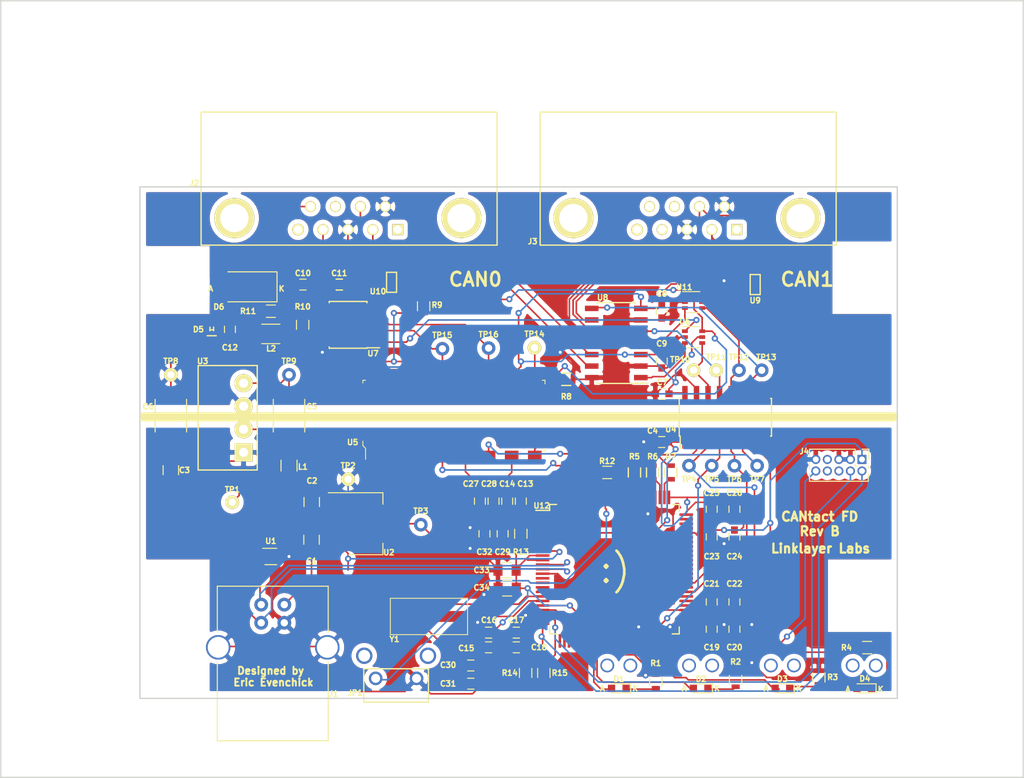
<source format=kicad_pcb>
(kicad_pcb (version 20240108) (generator "pcbnew") (generator_version "8.0")
  (layers (0 "F.Cu" signal) (31 "B.Cu" signal) (34 "B.Paste" user) (35 "F.Paste" user) (36 "B.SilkS" user "B.Silkscreen") (37 "F.SilkS" user "F.Silkscreen") (38 "B.Mask" user) (39 "F.Mask" user) (44 "Edge.Cuts" user))
  (net 0 "")
  (net 1 "VBUS")
  (net 2 "GND")
  (net 3 "+3V3")
  (net 4 "+5VD")
  (net 5 "Net-(C5-Pad2)")
  (net 6 "GNDD")
  (net 7 "+12V")
  (net 8 "/CANH_SW")
  (net 9 "/MCU/LED_1")
  (net 10 "Net-(D1-Pad1)")
  (net 11 "/MCU/LED_2")
  (net 12 "Net-(D2-Pad1)")
  (net 13 "/MCU/LED_3")
  (net 14 "Net-(D3-Pad1)")
  (net 15 "/MCU/LED_4")
  (net 16 "Net-(D4-Pad1)")
  (net 17 "/CANL1")
  (net 18 "/CANH1")
  (net 19 "Net-(J3-Pad1)")
  (net 20 "Net-(J3-Pad5)")
  (net 21 "Net-(J3-Pad8)")
  (net 22 "/MCU/SWDIO")
  (net 23 "/MCU/SWCLK")
  (net 24 "Net-(J4-Pad6)")
  (net 25 "Net-(J4-Pad7)")
  (net 26 "Net-(J4-Pad8)")
  (net 27 "/MCU/RESETN")
  (net 28 "/MCU/BOOTMODE")
  (net 29 "Net-(L2-Pad1)")
  (net 30 "Net-(R5-Pad2)")
  (net 31 "/MCU/SWCAN_MODE0")
  (net 32 "Net-(R6-Pad2)")
  (net 33 "/MCU/SWCAN_MODE1")
  (net 34 "Net-(R7-Pad2)")
  (net 35 "/MCU/SWCAN_ENABLE")
  (net 36 "/SW_MODE0")
  (net 37 "/SW_MODE1")
  (net 38 "/MCU/ISP1")
  (net 39 "/MCU/CAN0_TX")
  (net 40 "/MCU/CAN1_TX")
  (net 41 "/MCU/CAN0_RX")
  (net 42 "/MCU/CAN1_RX")
  (net 43 "/CAN1_RX")
  (net 44 "/CAN1_TX")
  (net 45 "/MCU/ISP0")
  (net 46 "Net-(C30-Pad2)")
  (net 47 "Net-(C31-Pad2)")
  (net 48 "/CANL0")
  (net 49 "/CANH0")
  (net 50 "/CAN0_TX")
  (net 51 "/CAN0_RX")
  (net 52 "Net-(LP1-Pad1)")
  (net 53 "Net-(LP1-Pad2)")
  (net 54 "Net-(LP2-Pad1)")
  (net 55 "Net-(LP2-Pad2)")
  (net 56 "Net-(LP3-Pad1)")
  (net 57 "Net-(LP3-Pad2)")
  (net 58 "Net-(LP4-Pad1)")
  (net 59 "Net-(LP4-Pad2)")
  (net 60 "/12V_DB9")
  (net 61 "Net-(R10-Pad2)")
  (net 62 "Net-(R13-Pad2)")
  (net 63 "Net-(J2-Pad1)")
  (net 64 "Net-(J2-Pad5)")
  (net 65 "Net-(J2-Pad8)")
  (net 66 "Net-(J3-Pad4)")
  (net 67 "Net-(J3-Pad9)")
  (net 68 "/CAN0_MODE")
  (net 69 "/CAN0_RX_SW")
  (net 70 "Net-(U5-Pad1)")
  (net 71 "Net-(U5-Pad2)")
  (net 72 "Net-(U5-Pad15)")
  (net 73 "Net-(U5-Pad16)")
  (net 74 "/CAN0_TX_HS")
  (net 75 "/CAN0_TX_SW")
  (net 76 "/CAN0_RX_HS")
  (net 77 "/MCU/USB-")
  (net 78 "/MCU/USB+")
  (net 79 "Net-(U12-Pad3)")
  (net 80 "Net-(U12-Pad4)")
  (net 81 "Net-(U12-Pad8)")
  (net 82 "Net-(U12-Pad15)")
  (net 83 "Net-(U12-Pad16)")
  (net 84 "Net-(U12-Pad17)")
  (net 85 "Net-(U12-Pad18)")
  (net 86 "Net-(U12-Pad23)")
  (net 87 "Net-(U12-Pad26)")
  (net 88 "Net-(U12-Pad27)")
  (net 89 "Net-(U12-Pad28)")
  (net 90 "Net-(U12-Pad29)")
  (net 91 "Net-(U12-Pad39)")
  (net 92 "Net-(U12-Pad40)")
  (net 93 "Net-(U12-Pad41)")
  (net 94 "Net-(U12-Pad42)")
  (net 95 "Net-(U12-Pad43)")
  (net 96 "Net-(U12-Pad44)")
  (net 97 "Net-(U12-Pad46)")
  (net 98 "Net-(U12-Pad52)")
  (net 99 "Net-(U12-Pad55)")
  (net 100 "Net-(U12-Pad56)")
  (net 101 "Net-(U12-Pad57)")
  (net 102 "Net-(U12-Pad59)")
  (net 103 "Net-(U12-Pad61)")
  (net 104 "Net-(U12-Pad62)")
  (net 105 "Net-(U12-Pad63)")
  (net 106 "Net-(U12-Pad64)")
  (net 107 "Net-(U12-Pad65)")
  (net 108 "Net-(U12-Pad66)")
  (net 109 "Net-(U12-Pad67)")
  (net 110 "Net-(U12-Pad68)")
  (net 111 "Net-(U12-Pad69)")
  (net 112 "Net-(U12-Pad70)")
  (net 113 "Net-(U12-Pad72)")
  (net 114 "Net-(U12-Pad73)")
  (net 115 "Net-(U12-Pad74)")
  (net 116 "Net-(U12-Pad80)")
  (net 117 "Net-(U12-Pad81)")
  (net 118 "Net-(U12-Pad82)")
  (net 119 "Net-(U12-Pad84)")
  (net 120 "Net-(U12-Pad85)")
  (net 121 "Net-(U12-Pad86)")
  (net 122 "Net-(U12-Pad88)")
  (net 123 "Net-(U12-Pad91)")
  (net 124 "Net-(U12-Pad92)")
  (net 125 "Net-(U12-Pad93)")
  (net 126 "Net-(U12-Pad94)")
  (net 127 "Net-(U12-Pad95)")
  (net 128 "Net-(U12-Pad97)")
  (net 129 "Net-(U12-Pad98)")
  (net 130 "Net-(U12-Pad100)")
  (footprint "Capacitors_SMD:C_0805" (layer "F.Cu") (at 123.196 110.841 90)
    (property "Reference" "C1")
    (property "Value" "4.7u")
  )
  (footprint "Capacitors_SMD:C_0805" (layer "F.Cu") (at 123.22 106.683 90)
    (property "Reference" "C2")
    (property "Value" "4.7u")
  )
  (footprint "Capacitors_SMD:C_0805" (layer "F.Cu") (at 107.72 103.183 90)
    (property "Reference" "C3")
    (property "Value" "10u")
  )
  (footprint "Capacitors_SMD:C_0603" (layer "F.Cu") (at 161.72 100.083 180)
    (property "Reference" "C4")
    (property "Value" "0.1u")
  )
  (footprint "Capacitors_SMD:C_1812" (layer "F.Cu") (at 120.72 97.183 -90)
    (property "Reference" "C5")
    (property "Value" "470 pF/5 kV")
  )
  (footprint "Capacitors_SMD:C_0603" (layer "F.Cu") (at 161.77 94.775)
    (property "Reference" "C7")
    (property "Value" "0.1u")
  )
  (footprint "Capacitors_SMD:C_0603" (layer "F.Cu") (at 161.72 85.683 -90)
    (property "Reference" "C8")
    (property "Value" "0.1u")
  )
  (footprint "Capacitors_SMD:C_0603" (layer "F.Cu") (at 161.72 91.183 -90)
    (property "Reference" "C9")
    (property "Value" "0.1u")
  )
  (footprint "Capacitors_SMD:C_0603" (layer "F.Cu") (at 122.25 82.75 180)
    (property "Reference" "C10")
    (property "Value" "100p")
  )
  (footprint "Capacitors_SMD:C_0603" (layer "F.Cu") (at 114.22 87.683 -90)
    (property "Reference" "C12")
    (property "Value" "100p")
  )
  (footprint "Capacitors_SMD:C_0603" (layer "F.Cu") (at 146.22 106.594 -90)
    (property "Reference" "C13")
    (property "Value" "0.01u")
  )
  (footprint "Capacitors_SMD:C_0603" (layer "F.Cu") (at 144.72 106.594 -90)
    (property "Reference" "C14")
    (property "Value" "0.1u")
  )
  (footprint "Capacitors_SMD:C_0603" (layer "F.Cu") (at 142.674 122.683 180)
    (property "Reference" "C15")
    (property "Value" "0.01u")
  )
  (footprint "Capacitors_SMD:C_0603" (layer "F.Cu") (at 142.674 121.064 180)
    (property "Reference" "C16")
    (property "Value" "0.1u")
  )
  (footprint "Capacitors_SMD:C_0603" (layer "F.Cu") (at 145.722 121.064)
    (property "Reference" "C17")
    (property "Value" "0.01u")
  )
  (footprint "Capacitors_SMD:C_0603" (layer "F.Cu") (at 145.722 122.683)
    (property "Reference" "C18")
    (property "Value" "0.1u")
  )
  (footprint "Capacitors_SMD:C_0603" (layer "F.Cu") (at 167.22 120.683 90)
    (property "Reference" "C19")
    (property "Value" "0.01u")
  )
  (footprint "Capacitors_SMD:C_0603" (layer "F.Cu") (at 169.72 120.683 90)
    (property "Reference" "C20")
    (property "Value" "0.1u")
  )
  (footprint "Capacitors_SMD:C_0603" (layer "F.Cu") (at 167.22 117.683 -90)
    (property "Reference" "C21")
    (property "Value" "0.01u")
  )
  (footprint "Capacitors_SMD:C_0603" (layer "F.Cu") (at 169.72 117.683 -90)
    (property "Reference" "C22")
    (property "Value" "0.1u")
  )
  (footprint "Capacitors_SMD:C_0603" (layer "F.Cu") (at 167.22 110.523 -90)
    (property "Reference" "C23")
    (property "Value" "0.01u")
  )
  (footprint "Capacitors_SMD:C_0603" (layer "F.Cu") (at 169.72 110.523 -90)
    (property "Reference" "C24")
    (property "Value" "0.1u")
  )
  (footprint "Capacitors_SMD:C_0603" (layer "F.Cu") (at 167.22 107.475 -90)
    (property "Reference" "C25")
    (property "Value" "0.01u")
  )
  (footprint "Capacitors_SMD:C_0603" (layer "F.Cu") (at 169.72 107.475 -90)
    (property "Reference" "C26")
    (property "Value" "0.1u")
  )
  (footprint "Capacitors_SMD:C_0603" (layer "F.Cu") (at 141.72 106.594 -90)
    (property "Reference" "C27")
    (property "Value" "0.01u")
  )
  (footprint "Capacitors_SMD:C_0603" (layer "F.Cu") (at 143.22 106.594 -90)
    (property "Reference" "C28")
    (property "Value" "0.1u")
  )
  (footprint "Capacitors_SMD:C_0603" (layer "F.Cu") (at 144.22 110.183 90)
    (property "Reference" "C29")
    (property "Value" "0.01u")
  )
  (footprint "Capacitors_SMD:C_0603" (layer "F.Cu") (at 140.72 124.683 180)
    (property "Reference" "C30")
    (property "Value" "33p")
  )
  (footprint "Capacitors_SMD:C_0603" (layer "F.Cu") (at 140.72 126.683 180)
    (property "Reference" "C31")
    (property "Value" "33p")
  )
  (footprint "Capacitors_SMD:C_0603" (layer "F.Cu") (at 142.22 110.183 90)
    (property "Reference" "C32")
    (property "Value" "0.1u")
  )
  (footprint "Capacitors_SMD:C_0805" (layer "F.Cu") (at 144.706 114.183 180)
    (property "Reference" "C33")
    (property "Value" "4.7u")
  )
  (footprint "Capacitors_SMD:C_0805" (layer "F.Cu") (at 144.72 116.183 180)
    (property "Reference" "C34")
    (property "Value" "10u")
  )
  (footprint "LEDs:LED_0603" (layer "F.Cu") (at 166 127.2 180)
    (property "Reference" "D2")
    (property "Value" "LED_RED")
  )
  (footprint "LEDs:LED_0603" (layer "F.Cu") (at 175 127.2 180)
    (property "Reference" "D3")
    (property "Value" "LED_GRN")
  )
  (footprint "LEDs:LED_0603" (layer "F.Cu") (at 184 127.2 180)
    (property "Reference" "D4")
    (property "Value" "LED_RED")
  )
  (footprint "cantactpro:SOD-923" (layer "F.Cu") (at 112.22 87.633 90)
    (property "Reference" "D5")
    (property "Value" "ESD9X5")
  )
  (footprint "Diodes_SMD:D_SMA" (layer "F.Cu") (at 116 83 180)
    (property "Reference" "D6")
    (property "Value" "D")
  )
  (footprint "Mounting_Holes:MountingHole_3.2mm_M3" (layer "F.Cu") (at 107.876 117.127)
    (property "Reference" "H1" (hide yes))
    (property "Value" "MOUNT_HOLE")
  )
  (footprint "Mounting_Holes:MountingHole_3.2mm_M3" (layer "F.Cu") (at 107.876 82.202)
    (property "Reference" "H2" (hide yes))
    (property "Value" "MOUNT_HOLE")
  )
  (footprint "Mounting_Holes:MountingHole_3.2mm_M3" (layer "F.Cu") (at 184.076 117.127)
    (property "Reference" "H3" (hide yes))
    (property "Value" "MOUNT_HOLE")
  )
  (footprint "Mounting_Holes:MountingHole_3.2mm_M3" (layer "F.Cu") (at 184.076 82.202)
    (property "Reference" "H4" (hide yes))
    (property "Value" "MOUNT_HOLE")
  )
  (footprint "Connectors:USB_B" (layer "F.Cu") (at 120.2 117.983 -90)
    (property "Reference" "J1")
    (property "Value" "USB_B")
  )
  (footprint "Pin_Headers:Pin_Header_Straight_2x05_Pitch1.27mm" (layer "F.Cu") (at 183.75 102 -90)
    (property "Reference" "J4")
    (property "Value" "SWD")
  )
  (footprint "cantactpro:TE_1825027-5" (layer "F.Cu") (at 132.5 126.1)
    (property "Reference" "JP1")
    (property "Value" "Boot Switch")
  )
  (footprint "Inductors_SMD:L_0805" (layer "F.Cu") (at 120.72 102.683 90)
    (property "Reference" "L1")
    (property "Value" "4.7u")
  )
  (footprint "Inductors_SMD:L_1206" (layer "F.Cu") (at 118.72 88.183 180)
    (property "Reference" "L2")
    (property "Value" "47u")
  )
  (footprint "Resistors_SMD:R_0603" (layer "F.Cu") (at 161.07 126.433 -90)
    (property "Reference" "R1")
    (property "Value" "100")
  )
  (footprint "Resistors_SMD:R_0603" (layer "F.Cu") (at 169.852 126.271 -90)
    (property "Reference" "R2")
    (property "Value" "100")
  )
  (footprint "Resistors_SMD:R_0603" (layer "F.Cu") (at 179 126 -90)
    (property "Reference" "R3")
    (property "Value" "100")
  )
  (footprint "Resistors_SMD:R_0603" (layer "F.Cu") (at 184.318 122.715)
    (property "Reference" "R4")
    (property "Value" "100")
  )
  (footprint "Resistors_SMD:R_0603" (layer "F.Cu") (at 155.72 103.433 180)
    (property "Reference" "R12")
    (property "Value" "0")
  )
  (footprint "Resistors_SMD:R_0603" (layer "F.Cu") (at 135.53 85.135 90)
    (property "Reference" "R9")
    (property "Value" "2.7k")
  )
  (footprint "Resistors_SMD:R_0603" (layer "F.Cu") (at 122.22 87.183 90)
    (property "Reference" "R10")
    (property "Value" "2.7k")
  )
  (footprint "Resistors_SMD:R_0603" (layer "F.Cu") (at 118.72 85.683)
    (property "Reference" "R11")
    (property "Value" "1k")
  )
  (footprint "TO_SOT_Packages_SMD:SOT-553" (layer "F.Cu") (at 118.72 112.683)
    (property "Reference" "U1")
    (property "Value" "TPD2E2U06")
  )
  (footprint "TO_SOT_Packages_SMD:SOT-223" (layer "F.Cu") (at 129.14 109.077)
    (property "Reference" "U2")
    (property "Value" "AP2114H-3.3")
  )
  (footprint "cantactpro:ROE-0505S" (layer "F.Cu") (at 115.72 97.413 90)
    (property "Reference" "U3")
    (property "Value" "ROE-0505S" (hide yes))
  )
  (footprint "TO_SOT_Packages_SMD:SOT-363_SC-70-6" (layer "F.Cu") (at 165.22 84.683)
    (property "Reference" "U11")
    (property "Value" "74LVC1G3157")
  )
  (footprint "TO_SOT_Packages_SMD:SOT-363_SC-70-6" (layer "F.Cu") (at 165.22 88.533)
    (property "Reference" "U6")
    (property "Value" "74LVC1G3157")
  )
  (footprint "Housings_SOIC:SOIC-8_3.9x4.9mm_Pitch1.27mm" (layer "F.Cu") (at 127.22 87.183 180)
    (property "Reference" "U7")
    (property "Value" "NCV7356D1")
  )
  (footprint "Housings_SOIC:SOIC-14_3.9x8.7mm_Pitch1.27mm" (layer "F.Cu") (at 156.72 89.183 180)
    (property "Reference" "U8")
    (property "Value" "MCP25612FD")
  )
  (footprint "Housings_QFP:LQFP-100_14x14mm_Pitch0.5mm" (layer "F.Cu") (at 156.517 114.079)
    (property "Reference" "U12")
    (property "Value" "LPC54616J512BD100")
  )
  (footprint "cantactpro:CSM-3X" (layer "F.Cu") (at 133.364 119.286)
    (property "Reference" "Y1")
    (property "Value" "12 MHz")
  )
  (footprint "cantactpro:SMD-16" (layer "F.Cu") (at 131.244 97.183 90)
    (property "Reference" "U5")
    (property "Value" "LTV-846" (hide yes))
  )
  (footprint "Resistors_SMD:R_0603" (layer "F.Cu") (at 146.22 110.183 -90)
    (property "Reference" "R13")
    (property "Value" "12.4k")
  )
  (footprint "Resistors_SMD:R_0603" (layer "F.Cu") (at 146.75 125.5 -90)
    (property "Reference" "R14")
    (property "Value" "10k")
  )
  (footprint "Resistors_SMD:R_0603" (layer "F.Cu") (at 148.75 125.5 -90)
    (property "Reference" "R15")
    (property "Value" "10k")
  )
  (footprint "Measurement_Points:Measurement_Point_Round-TH_Small" (layer "F.Cu") (at 135.22 109.183)
    (property "Reference" "TP3")
    (property "Value" "TEST")
  )
  (footprint "Measurement_Points:Measurement_Point_Round-TH_Small" (layer "F.Cu") (at 164.72 102.683)
    (property "Reference" "TP4")
    (property "Value" "TEST")
  )
  (footprint "Measurement_Points:Measurement_Point_Round-TH_Small" (layer "F.Cu") (at 167.22 102.683)
    (property "Reference" "TP5")
    (property "Value" "TEST")
  )
  (footprint "Measurement_Points:Measurement_Point_Round-TH_Small" (layer "F.Cu") (at 169.72 102.683)
    (property "Reference" "TP6")
    (property "Value" "TEST")
  )
  (footprint "Measurement_Points:Measurement_Point_Round-TH_Small" (layer "F.Cu") (at 172.22 102.683)
    (property "Reference" "TP7")
    (property "Value" "TEST")
  )
  (footprint "Measurement_Points:Measurement_Point_Round-TH_Small" (layer "F.Cu") (at 137.594 89.821)
    (property "Reference" "TP15")
    (property "Value" "TEST")
  )
  (footprint "Measurement_Points:Measurement_Point_Round-TH_Small" (layer "F.Cu") (at 142.674 89.741)
    (property "Reference" "TP16")
    (property "Value" "TEST")
  )
  (footprint "Measurement_Points:Measurement_Point_Round-TH_Small" (layer "F.Cu") (at 120.72 92.683 90)
    (property "Reference" "TP9")
    (property "Value" "TEST")
  )
  (footprint "Measurement_Points:Measurement_Point_Round-TH_Small" (layer "F.Cu") (at 170.22 92.183)
    (property "Reference" "TP12")
    (property "Value" "TEST")
  )
  (footprint "Measurement_Points:Measurement_Point_Round-TH_Small" (layer "F.Cu") (at 172.72 92.183)
    (property "Reference" "TP13")
    (property "Value" "TEST")
  )
  (footprint "Capacitors_SMD:C_1812" (layer "F.Cu") (at 107.72 97.183 -90)
    (property "Reference" "C6")
    (property "Value" "470 pF/5 kV")
  )
  (footprint "cantactpro:SLP3-150-zzz-x" (layer "F.Cu") (at 157 129.883)
    (property "Reference" "LP1" (hide yes))
    (property "Value" "Light Pipe" (hide yes))
  )
  (footprint "cantactpro:SLP3-150-zzz-x" (layer "F.Cu") (at 175 129.883)
    (property "Reference" "LP2" (hide yes))
    (property "Value" "Light Pipe" (hide yes))
  )
  (footprint "cantactpro:SLP3-150-zzz-x" (layer "F.Cu") (at 166 129.883)
    (property "Reference" "LP3" (hide yes))
    (property "Value" "Light Pipe" (hide yes))
  )
  (footprint "cantactpro:SLP3-150-zzz-x" (layer "F.Cu") (at 184 129.883)
    (property "Reference" "LP4" (hide yes))
    (property "Value" "Light Pipe" (hide yes))
  )
  (footprint "Measurement_Points:Measurement_Point_Round-TH_Small" (layer "F.Cu") (at 147.72 89.695)
    (property "Reference" "TP14")
    (property "Value" "TEST")
  )
  (footprint "Housings_SOIC:SOIC-16_3.9x9.9mm_Pitch1.27mm" (layer "F.Cu") (at 168.72 97.3582 90)
    (property "Reference" "U4")
    (property "Value" "Si864x")
  )
  (footprint "Resistors_SMD:R_0603" (layer "F.Cu") (at 158.72 103.433 90)
    (property "Reference" "R5")
    (property "Value" "100")
  )
  (footprint "Resistors_SMD:R_0603" (layer "F.Cu") (at 160.72 103.433 90)
    (property "Reference" "R6")
    (property "Value" "100")
  )
  (footprint "Resistors_SMD:R_0603" (layer "F.Cu") (at 162.72 103.433 90)
    (property "Reference" "R7")
    (property "Value" "100")
  )
  (footprint "Measurement_Points:Measurement_Point_Round-TH_Small" (layer "F.Cu") (at 165.22 92.183)
    (property "Reference" "TP10")
    (property "Value" "TEST")
  )
  (footprint "Resistors_SMD:R_0603" (layer "F.Cu") (at 151.22 93.183 180)
    (property "Reference" "R8")
    (property "Value" "10k")
  )
  (footprint "Measurement_Points:Measurement_Point_Round-TH_Small" (layer "F.Cu") (at 167.72 92.183)
    (property "Reference" "TP11")
    (property "Value" "TEST")
  )
  (footprint "Measurement_Points:Measurement_Point_Round-TH_Small" (layer "F.Cu") (at 107.72 92.683)
    (property "Reference" "TP8")
    (property "Value" "TEST")
  )
  (footprint "Measurement_Points:Measurement_Point_Round-TH_Small" (layer "F.Cu") (at 127.22 104.183)
    (property "Reference" "TP2")
    (property "Value" "TEST")
  )
  (footprint "Measurement_Points:Measurement_Point_Round-TH_Small" (layer "F.Cu") (at 114.48 106.713)
    (property "Reference" "TP1")
    (property "Value" "TEST")
  )
  (footprint "cantactpro:LD09P" (layer "F.Cu") (at 127.2 76.7)
    (property "Reference" "J2")
    (property "Value" "DB9" (hide yes))
  )
  (footprint "cantactpro:LD09P" (layer "F.Cu") (at 164.5 76.7)
    (property "Reference" "J3")
    (property "Value" "DB9" (hide yes))
  )
  (footprint "TO_SOT_Packages_SMD:SC-70" (layer "F.Cu") (at 172 82.75 90)
    (property "Reference" "U9")
    (property "Value" "NUP2125")
  )
  (footprint "TO_SOT_Packages_SMD:SC-70" (layer "F.Cu") (at 132 82.5 90)
    (property "Reference" "U10")
    (property "Value" "NUP2125")
  )
  (footprint "Capacitors_SMD:C_0603" (layer "F.Cu") (at 126.25 82.75 180)
    (property "Reference" "C11")
    (property "Value" "0.1u")
  )
  (footprint "LEDs:LED_0603" (layer "F.Cu") (at 157 127.2 180)
    (property "Reference" "D1")
    (property "Value" "LED_GRN")
  )
  (gr_line (start 104.72 97.315) (end 187.22 97.315) (stroke (width 1)) (layer "F.SilkS"))
  (gr_line (start 104.32 72) (end 104.32 128.303) (stroke (width 0.15)) (layer "Edge.Cuts"))
  (gr_line (start 187.632 119.667) (end 187.632 128.303) (stroke (width 0.15)) (layer "Edge.Cuts"))
  (gr_rect (start 89 51.5) (end 201.5 137) (stroke (width 0.15)) (fill none) (layer "Edge.Cuts"))
  (gr_line (start 104.32 72) (end 187.632 72) (stroke (width 0.15)) (layer "Edge.Cuts"))
  (gr_line (start 187.632 118.651) (end 187.632 119.667) (stroke (width 0.15)) (layer "Edge.Cuts"))
  (gr_line (start 187.632 128.303) (end 104.32 128.303) (stroke (width 0.15)) (layer "Edge.Cuts"))
  (gr_line (start 187.632 72) (end 187.632 118.651) (stroke (width 0.15)) (layer "Edge.Cuts"))
  (gr_text "A" (at 164.2 127.2 0) (layer "F.SilkS") (effects (font (size 0.6 0.6))))
  (gr_text "A" (at 173.2 127.2 0) (layer "F.SilkS") (effects (font (size 0.6 0.6))))
  (gr_text "A" (at 182.2 127.3 0) (layer "F.SilkS") (effects (font (size 0.6 0.6))))
  (gr_text "K" (at 158.8 127.2 0) (layer "F.SilkS") (effects (font (size 0.6 0.6))))
  (gr_text "K" (at 167.8 127.2 0) (layer "F.SilkS") (effects (font (size 0.6 0.6))))
  (gr_text "K" (at 176.8 127.2 0) (layer "F.SilkS") (effects (font (size 0.6 0.6))))
  (gr_text "K" (at 185.8 127.3 0) (layer "F.SilkS") (effects (font (size 0.6 0.6))))
  (gr_text "K" (at 119.9 83.2 0) (layer "F.SilkS") (effects (font (size 0.6 0.6))))
  (gr_text "A" (at 112.1 83.2 0) (layer "F.SilkS") (effects (font (size 0.6 0.6))))
  (gr_text "CAN0" (at 141.22 82.183 0) (layer "F.SilkS") (effects (font (size 1.5 1.5) (thickness 0.3))))
  (gr_text "Linklayer Labs" (at 179.2 111.8 0) (layer "F.SilkS") (effects (font (size 1 1) (thickness 0.25))))
  (gr_text "Designed by \nEric Evenchick" (at 119 125.9 0) (layer "F.SilkS") (effects (font (size 0.8 0.8) (thickness 0.2))))
  (gr_text "CANtact FD\nRev B" (at 179.1 109.1 0) (layer "F.SilkS") (effects (font (size 1 1) (thickness 0.25))))
  (gr_text "CAN1" (at 177.72 82.183 0) (layer "F.SilkS") (effects (font (size 1.5 1.5) (thickness 0.3))))
  (gr_text ":)" (at 156.6 114.1 0) (layer "F.SilkS") (effects (font (size 3 3) (thickness 0.3))))
  (gr_text "A" (at 155.2 127.2 0) (layer "F.SilkS") (effects (font (size 0.6 0.6))))
  (segment (start 115.229999 104.297999) (end 115.115 104.183) (width 0.1778) (layer "F.Cu") (net 1))
  (segment (start 123.196 111.841) (end 125.526 111.841) (width 0.1778) (layer "F.Cu") (net 1))
  (segment (start 120.72 104.1608) (end 120.72 103.633) (width 0.1778) (layer "F.Cu") (net 1))
  (segment (start 127.22 112.357) (end 126.24 111.377) (width 0.1778) (layer "F.Cu") (net 1))
  (segment (start 148.617 112.079) (end 150.366 112.079) (width 0.1778) (layer "F.Cu") (net 1))
  (segment (start 117.052 103.633) (end 120.72 103.633) (width 0.1778) (layer "F.Cu") (net 1))
  (segment (start 123.196 111.841) (end 123.071 111.841) (width 0.1778) (layer "F.Cu") (net 1))
  (segment (start 123.196 114.987) (end 123.196 111.841) (width 0.1778) (layer "F.Cu") (net 1))
  (segment (start 115.115 104.183) (end 116.502 104.183) (width 0.1778) (layer "F.Cu") (net 1))
  (segment (start 127.22 112.933) (end 127.22 112.357) (width 0.1778) (layer "F.Cu") (net 1))
  (segment (start 107.72 104.183) (end 115.115 104.183) (width 0.1778) (layer "F.Cu") (net 1))
  (segment (start 116.502 104.183) (end 117.052 103.633) (width 0.1778) (layer "F.Cu") (net 1))
  (segment (start 120.2 117.983) (end 123.196 114.987) (width 0.1778) (layer "F.Cu") (net 1))
  (segment (start 114.48 106.713) (end 115.229999 105.963001) (width 0.1778) (layer "F.Cu") (net 1))
  (segment (start 115.229999 105.963001) (end 115.229999 104.297999) (width 0.1778) (layer "F.Cu") (net 1))
  (segment (start 126.24 111.377) (end 125.99 111.377) (width 0.1778) (layer "F.Cu") (net 1))
  (segment (start 125.526 111.841) (end 125.99 111.377) (width 0.1778) (layer "F.Cu") (net 1))
  (segment (start 123.071 111.841) (end 120.72 109.49) (width 0.1778) (layer "F.Cu") (net 1))
  (segment (start 127.22 114.183) (end 127.22 112.933) (width 0.1778) (layer "F.Cu") (net 1))
  (segment (start 120.72 109.49) (end 120.72 104.1608) (width 0.1778) (layer "F.Cu") (net 1))
  (segment (start 150.366 112.079) (end 150.47 112.183) (width 0.1778) (layer "F.Cu") (net 1))
  (via (at 127.22 112.933) (size 0.6858) (drill 0.3302) (layers "F.Cu" "B.Cu") (net 1))
  (via (at 150.47 112.183) (size 0.6858) (drill 0.3302) (layers "F.Cu" "B.Cu") (net 1))
  (segment (start 149.72 112.933) (end 127.22 112.933) (width 0.1778) (layer "B.Cu") (net 1))
  (segment (start 150.47 112.183) (end 149.72 112.933) (width 0.1778) (layer "B.Cu") (net 1))
  (segment (start 181.5582 100.0582) (end 182.48 100.98) (width 0.1778) (layer "F.Cu") (net 2))
  (segment (start 182.48 100.98) (end 182.48 102) (width 0.1778) (layer "F.Cu") (net 2))
  (segment (start 169.72 119.933) (end 168.582 119.933) (width 0.1778) (layer "F.Cu") (net 2))
  (segment (start 107.72 102.183) (end 114.76 102.183) (width 0.1778) (layer "F.Cu") (net 2))
  (segment (start 167.22 111.273) (end 167.22 111.248) (width 0.1778) (layer "F.Cu") (net 2))
  (segment (start 161.017 106.179) (end 161.017 107.166) (width 0.1778) (layer "F.Cu") (net 2))
  (segment (start 125.74 106.777) (end 124.646 105.683) (width 0.1778) (layer "F.Cu") (net 2))
  (segment (start 165.048 101.483) (end 161.72 101.483) (width 0.1778) (layer "F.Cu") (net 2))
  (segment (start 115.72 101.223) (end 116.8978 101.223) (width 0.1778) (layer "F.Cu") (net 2))
  (segment (start 146.366 108.579) (end 146.22 108.433) (width 0.1778) (layer "F.Cu") (net 2))
  (segment (start 166.56 111.273) (end 165.788 110.501) (width 0.1778) (layer "F.Cu") (net 2))
  (segment (start 165.545 100.986) (end 165.048 101.483) (width 0.1778) (layer "F.Cu") (net 2))
  (segment (start 119.42 113.183) (end 120.22 113.183) (width 0.1778) (layer "F.Cu") (net 2))
  (segment (start 173.6428 100.0582) (end 175.44 101.8554) (width 0.1778) (layer "F.Cu") (net 2))
  (segment (start 147.324 118.579) (end 148.617 118.579) (width 0.1778) (layer "F.Cu") (net 2))
  (segment (start 162.97 109.933) (end 163.116 110.079) (width 0.1778) (layer "F.Cu") (net 2))
  (segment (start 166.6672 108.225) (end 165.788 109.1042) (width 0.1778) (layer "F.Cu") (net 2))
  (segment (start 146.744 119.159) (end 147.324 118.579) (width 0.1778) (layer "F.Cu") (net 2))
  (segment (start 146.472 119.431) (end 146.744 119.159) (width 0.1778) (layer "F.Cu") (net 2))
  (segment (start 142.22 109.433) (end 142.22 107.844) (width 0.1778) (layer "F.Cu") (net 2))
  (segment (start 107.72 102.183) (end 107.72 99.483) (width 0.1778) (layer "F.Cu") (net 2))
  (segment (start 125.99 106.777) (end 125.74 106.777) (width 0.1778) (layer "F.Cu") (net 2))
  (segment (start 125.99 105.413) (end 127.22 104.183) (width 0.1778) (layer "F.Cu") (net 2))
  (segment (start 120.22 113.183) (end 120.72 112.683) (width 0.1778) (layer "F.Cu") (net 2))
  (segment (start 148.617 110.579) (end 150.604 110.579) (width 0.1778) (layer "F.Cu") (net 2))
  (segment (start 160.945947 100.058947) (end 160.97 100.083) (width 0.1778) (layer "F.Cu") (net 2))
  (segment (start 120.068 119.889) (end 122.768 122.589) (width 0.1778) (layer "F.Cu") (net 2))
  (segment (start 162.22 107.433) (end 162.97 108.183) (width 0.1778) (layer "F.Cu") (net 2))
  (segment (start 143.706 114.058) (end 141.441 111.793) (width 0.1778) (layer "F.Cu") (net 2))
  (segment (start 161.017 106.179) (end 161.017 107.1068) (width 0.1778) (layer "F.Cu") (net 2))
  (segment (start 161.07 125.683) (end 160.026 125.683) (width 0.1778) (layer "F.Cu") (net 2))
  (segment (start 143.03 116.873) (end 143.72 116.183) (width 0.1778) (layer "F.Cu") (net 2))
  (segment (start 152.326 114.841) (end 151.818 115.349) (width 0.1778) (layer "F.Cu") (net 2))
  (segment (start 175.44 120) (end 175.44 120.175) (width 0.1778) (layer "F.Cu") (net 2))
  (segment (start 118.9 114.0308) (end 119.42 113.5108) (width 0.1778) (layer "F.Cu") (net 2))
  (segment (start 146.42 109.433) (end 147.566 110.579) (width 0.1778) (layer "F.Cu") (net 2))
  (segment (start 168.582 111.273) (end 169.72 111.273) (width 0.1778) (layer "F.Cu") (net 2))
  (segment (start 121.338 106.459) (end 122.114 105.683) (width 0.1778) (layer "F.Cu") (net 2))
  (segment (start 144.22 109.433) (end 146.22 109.433) (width 0.1778) (layer "F.Cu") (net 2))
  (segment (start 152.517 107.386) (end 152.517 106.179) (width 0.1778) (layer "F.Cu") (net 2))
  (segment (start 136.295 127.795) (end 134.75 126.25) (width 0.1778) (layer "F.Cu") (net 2))
  (segment (start 178.155 122.715) (end 175.44 120) (width 0.1778) (layer "F.Cu") (net 2))
  (segment (start 152.326 112.301) (end 152.326 114.841) (width 0.1778) (layer "F.Cu") (net 2))
  (segment (start 168.582 119.933) (end 168.582 120.175) (width 0.1778) (layer "F.Cu") (net 2))
  (segment (start 142.22 107.844) (end 141.72 107.344) (width 0.1778) (layer "F.Cu") (net 2))
  (segment (start 141.72 107.344) (end 143.22 107.344) (width 0.1778) (layer "F.Cu") (net 2))
  (segment (start 183.568 122.715) (end 178.155 122.715) (width 0.1778) (layer "F.Cu") (net 2))
  (segment (start 165.545 100.0582) (end 165.545 100.986) (width 0.1778) (layer "F.Cu") (net 2))
  (segment (start 151.324 108.579) (end 152.517 107.386) (width 0.1778) (layer "F.Cu") (net 2))
  (segment (start 121.973 102.649) (end 123.22 103.896) (width 0.1778) (layer "F.Cu") (net 2))
  (segment (start 151.056 115.349) (end 150.286 114.579) (width 0.1778) (layer "F.Cu") (net 2))
  (segment (start 154.517 121.979) (end 154.517 121.108938) (width 0.1778) (layer "F.Cu") (net 2))
  (segment (start 143.72 116.308) (end 143.72 116.183) (width 0.1778) (layer "F.Cu") (net 2))
  (segment (start 151.818 115.349) (end 151.056 115.349) (width 0.1778) (layer "F.Cu") (net 2))
  (segment (start 178.3722 125.25) (end 179 125.25) (width 0.1778) (layer "F.Cu") (net 2))
  (segment (start 150.604 110.579) (end 152.326 112.301) (width 0.1778) (layer "F.Cu") (net 2))
  (segment (start 141.47 124.683) (end 141.47 123.137) (width 0.1778) (layer "F.Cu") (net 2))
  (segment (start 142.166 116.873) (end 143.03 116.873) (width 0.1778) (layer "F.Cu") (net 2))
  (segment (start 122.768 122.589) (end 124.798 122.589) (width 0.1778) (layer "F.Cu") (net 2))
  (segment (start 114.76 102.183) (end 115.72 101.223) (width 0.1778) (layer "F.Cu") (net 2))
  (segment (start 177.6222 126) (end 178.3722 125.25) (width 0.1778) (layer "F.Cu") (net 2))
  (segment (start 161.72 101.483) (end 160.97 100.733) (width 0.1778) (layer "F.Cu") (net 2))
  (segment (start 143.72 116.183) (end 143.72 114.197) (width 0.1778) (layer "F.Cu") (net 2))
  (segment (start 160.026 125.683) (end 159.946 125.763) (width 0.1778) (layer "F.Cu") (net 2))
  (segment (start 165.788 119.5222) (end 165.788 120.079) (width 0.1778) (layer "F.Cu") (net 2))
  (segment (start 152.517 121.979) (end 152.517 122.98) (width 0.1778) (layer "F.Cu") (net 2))
  (segment (start 164.417 120.079) (end 165.788 120.079) (width 0.1778) (layer "F.Cu") (net 2))
  (segment (start 118.9 118.683) (end 118.9 114.0308) (width 0.1778) (layer "F.Cu") (net 2))
  (segment (start 155.196938 120.429) (end 159.184 120.429) (width 0.1778) (layer "F.Cu") (net 2))
  (segment (start 165.366 110.079) (end 164.417 110.079) (width 0.1778) (layer "F.Cu") (net 2))
  (segment (start 118.3238 102.649) (end 121.973 102.649) (width 0.1778) (layer "F.Cu") (net 2))
  (segment (start 162.017 121.979) (end 162.017 121.0512) (width 0.1778) (layer "F.Cu") (net 2))
  (segment (start 141.441 111.793) (end 140.642 111.793) (width 0.1778) (layer "F.Cu") (net 2))
  (segment (start 154.2408 123.183) (end 154.517 122.9068) (width 0.1778) (layer "F.Cu") (net 2))
  (segment (start 126.147999 123.938999) (end 126.147999 125.238999) (width 0.1778) (layer "F.Cu") (net 2))
  (segment (start 143.72 114.197) (end 143.706 114.183) (width 0.1778) (layer "F.Cu") (net 2))
  (segment (start 124.798 122.589) (end 126.147999 123.938999) (width 0.1778) (layer "F.Cu") (net 2))
  (segment (start 141.47 126.683) (end 141.47 124.683) (width 0.1778) (layer "F.Cu") (net 2))
  (segment (start 154.517 122.9068) (end 154.517 121.979) (width 0.1778) (layer "F.Cu") (net 2))
  (segment (start 162.017 121.0512) (end 162.6392 120.429) (width 0.1778) (layer "F.Cu") (net 2))
  (segment (start 163.116 110.079) (end 164.417 110.079) (width 0.1778) (layer "F.Cu") (net 2))
  (segment (start 154.517 121.108938) (end 155.196938 120.429) (width 0.1778) (layer "F.Cu") (net 2))
  (segment (start 175.44 120.175) (end 171.63 120.175) (width 0.1778) (layer "F.Cu") (net 2))
  (segment (start 120.2 119.983) (end 118.9 118.683) (width 0.1778) (layer "F.Cu") (net 2))
  (segment (start 141.47 119.933) (end 141.72 119.933) (width 0.1778) (layer "F.Cu") (net 2))
  (segment (start 169.852 125.521) (end 170.4798 125.521) (width 0.1778) (layer "F.Cu") (net 2))
  (segment (start 173.278108 126) (end 177.6222 126) (width 0.1778) (layer "F.Cu") (net 2))
  (segment (start 147.6892 110.579) (end 148.617 110.579) (width 0.1778) (layer "F.Cu") (net 2))
  (segment (start 165.788 110.501) (end 165.366 110.079) (width 0.1778) (layer "F.Cu") (net 2))
  (segment (start 165.788 120.079) (end 167.074 120.079) (width 0.1778) (layer "F.Cu") (net 2))
  (segment (start 175.44 101.8554) (end 175.44 120) (width 0.1778) (layer "F.Cu") (net 2))
  (segment (start 173.278108 126) (end 173.193499 125.915391) (width 0.1778) (layer "F.Cu") (net 2))
  (segment (start 150.0448 118.579) (end 152.517 121.0512) (width 0.1778) (layer "F.Cu") (net 2))
  (segment (start 141.924 122.683) (end 141.924 121.064) (width 0.1778) (layer "F.Cu") (net 2))
  (segment (start 140.642 109.507) (end 142.146 109.507) (width 0.1778) (layer "F.Cu") (net 2))
  (segment (start 152.517 122.98) (end 152.72 123.183) (width 0.1778) (layer "F.Cu") (net 2))
  (segment (start 147.566 110.579) (end 147.6892 110.579) (width 0.1778) (layer "F.Cu") (net 2))
  (segment (start 141.47 126.683) (end 141.47 127.2358) (width 0.1778) (layer "F.Cu") (net 2))
  (segment (start 143.22 107.344) (end 144.72 107.344) (width 0.1778) (layer "F.Cu") (net 2))
  (segment (start 142.146 109.507) (end 142.22 109.433) (width 0.1778) (layer "F.Cu") (net 2))
  (segment (start 173.165 100.0582) (end 181.5582 100.0582) (width 0.1778) (layer "F.Cu") (net 2))
  (segment (start 165.788 109.1042) (end 165.788 110.501) (width 0.1778) (layer "F.Cu") (net 2))
  (segment (start 141.72 119.933) (end 141.924 120.137) (width 0.1778) (layer "F.Cu") (net 2))
  (segment (start 161.017 107.166) (end 160.2 107.983) (width 0.1778) (layer "F.Cu") (net 2))
  (segment (start 167.074 120.079) (end 167.22 119.933) (width 0.1778) (layer "F.Cu") (net 2))
  (segment (start 123.22 103.896) (end 123.22 105.683) (width 0.1778) (layer "F.Cu") (net 2))
  (segment (start 146.472 122.683) (end 146.472 121.064) (width 0.1778) (layer "F.Cu") (net 2))
  (segment (start 141.924 121.064) (end 141.924 120.137) (width 0.1778) (layer "F.Cu") (net 2))
  (segment (start 146.22 108.433) (end 146.22 107.344) (width 0.1778) (layer "F.Cu") (net 2))
  (segment (start 159.742053 100.058947) (end 160.945947 100.058947) (width 0.1778) (layer "F.Cu") (net 2))
  (segment (start 167.22 108.225) (end 166.6672 108.225) (width 0.1778) (layer "F.Cu") (net 2))
  (segment (start 116.8978 101.223) (end 118.3238 102.649) (width 0.1778) (layer "F.Cu") (net 2))
  (segment (start 173.174591 125.915391) (end 171.972899 124.713699) (width 0.1778) (layer "F.Cu") (net 2))
  (segment (start 150.286 114.579) (end 148.617 114.579) (width 0.1778) (layer "F.Cu") (net 2))
  (segment (start 148.617 108.579) (end 151.324 108.579) (width 0.1778) (layer "F.Cu") (net 2))
  (segment (start 146.472 121.064) (end 146.472 119.431) (width 0.1778) (layer "F.Cu") (net 2))
  (segment (start 148.617 108.579) (end 146.366 108.579) (width 0.1778) (layer "F.Cu") (net 2))
  (segment (start 167.22 111.273) (end 168.582 111.273) (width 0.1778) (layer "F.Cu") (net 2))
  (segment (start 167.22 111.273) (end 166.56 111.273) (width 0.1778) (layer "F.Cu") (net 2))
  (segment (start 140.9108 127.795) (end 136.295 127.795) (width 0.1778) (layer "F.Cu") (net 2))
  (segment (start 117.368 122.589) (end 120.068 119.889) (width 0.1778) (layer "F.Cu") (net 2))
  (segment (start 167.22 118.433) (end 169.72 118.433) (width 0.1778) (layer "F.Cu") (net 2))
  (segment (start 141.47 123.137) (end 141.924 122.683) (width 0.1778) (layer "F.Cu") (net 2))
  (segment (start 168.582 119.933) (end 167.22 119.933) (width 0.1778) (layer "F.Cu") (net 2))
  (segment (start 142.22 109.433) (end 144.22 109.433) (width 0.1778) (layer "F.Cu") (net 2))
  (segment (start 124.646 105.683) (end 123.22 105.683) (width 0.1778) (layer "F.Cu") (net 2))
  (segment (start 170.4798 125.521) (end 171.63 124.3708) (width 0.1778) (layer "F.Cu") (net 2))
  (segment (start 119.42 113.5108) (end 119.42 113.183) (width 0.1778) (layer "F.Cu") (net 2))
  (segment (start 121.338 108.108) (end 121.338 106.459) (width 0.1778) (layer "F.Cu") (net 2))
  (segment (start 152.72 123.183) (end 153.85 123.183) (width 0.1778) (layer "F.Cu") (net 2))
  (segment (start 152.517 121.0512) (end 152.517 121.979) (width 0.1778) (layer "F.Cu") (net 2))
  (segment (start 162.9892 120.079) (end 163.4892 120.079) (width 0.1778) (layer "F.Cu") (net 2))
  (segment (start 160.97 100.733) (end 160.97 100.083) (width 0.1778) (layer "F.Cu") (net 2))
  (segment (start 163.4892 120.079) (end 164.417 120.079) (width 0.1778) (layer "F.Cu") (net 2))
  (segment (start 171.63 124.3708) (end 171.972899 124.713699) (width 0.1778) (layer "F.Cu") (net 2))
  (segment (start 167.22 108.225) (end 169.72 108.225) (width 0.1778) (layer "F.Cu") (net 2))
  (segment (start 112.798 122.589) (end 117.368 122.589) (width 0.1778) (layer "F.Cu") (net 2))
  (segment (start 141.47 127.2358) (end 140.9108 127.795) (width 0.1778) (layer "F.Cu") (net 2))
  (segment (start 162.6392 120.429) (end 162.9892 120.079) (width 0.1778) (layer "F.Cu") (net 2))
  (segment (start 126.147999 125.238999) (end 128.45 127.541) (width 0.1778) (layer "F.Cu") (net 2))
  (segment (start 123.22 105.683) (end 123.095 105.683) (width 0.1778) (layer "F.Cu") (net 2))
  (segment (start 167.22 118.433) (end 167.22 119.933) (width 0.1778) (layer "F.Cu") (net 2))
  (segment (start 173.193499 125.915391) (end 173.174591 125.915391) (width 0.1778) (layer "F.Cu") (net 2))
  (segment (start 143.706 114.183) (end 143.706 114.058) (width 0.1778) (layer "F.Cu") (net 2))
  (segment (start 146.22 109.433) (end 146.22 108.433) (width 0.1778) (layer "F.Cu") (net 2))
  (segment (start 161.3432 107.433) (end 162.22 107.433) (width 0.1778) (layer "F.Cu") (net 2))
  (segment (start 144.72 107.344) (end 146.22 107.344) (width 0.1778) (layer "F.Cu") (net 2))
  (segment (start 123.196 109.841) (end 123.071 109.841) (width 0.1778) (layer "F.Cu") (net 2))
  (segment (start 123.071 109.841) (end 121.338 108.108) (width 0.1778) (layer "F.Cu") (net 2))
  (segment (start 164.417 119.079) (end 165.3448 119.079) (width 0.1778) (layer "F.Cu") (net 2))
  (segment (start 153.85 123.183) (end 154.2408 123.183) (width 0.1778) (layer "F.Cu") (net 2))
  (segment (start 122.114 105.683) (end 123.22 105.683) (width 0.1778) (layer "F.Cu") (net 2))
  (segment (start 165.3448 119.079) (end 165.788 119.5222) (width 0.1778) (layer "F.Cu") (net 2))
  (segment (start 173.165 100.0582) (end 173.6428 100.0582) (width 0.1778) (layer "F.Cu") (net 2))
  (segment (start 128.45 127.541) (end 133.459 127.541) (width 0.1778) (layer "F.Cu") (net 2))
  (segment (start 162.97 108.183) (end 162.97 109.933) (width 0.1778) (layer "F.Cu") (net 2))
  (segment (start 133.459 127.541) (end 134.75 126.25) (width 0.1778) (layer "F.Cu") (net 2))
  (segment (start 148.617 118.579) (end 150.0448 118.579) (width 0.1778) (layer "F.Cu") (net 2))
  (segment (start 161.017 107.1068) (end 161.3432 107.433) (width 0.1778) (layer "F.Cu") (net 2))
  (segment (start 146.22 109.433) (end 146.42 109.433) (width 0.1778) (layer "F.Cu") (net 2))
  (segment (start 125.99 106.777) (end 125.99 105.413) (width 0.1778) (layer "F.Cu") (net 2))
  (via (at 159.742053 100.058947) (size 0.6858) (drill 0.3302) (layers "F.Cu" "B.Cu") (net 2))
  (via (at 140.642 109.507) (size 0.6858) (drill 0.3302) (layers "F.Cu" "B.Cu") (net 2))
  (via (at 162.6392 120.429) (size 0.6858) (drill 0.3302) (layers "F.Cu" "B.Cu") (net 2))
  (via (at 142.166 116.873) (size 0.6858) (drill 0.3302) (layers "F.Cu" "B.Cu") (net 2))
  (via (at 168.582 111.273) (size 0.6858) (drill 0.3302) (layers "F.Cu" "B.Cu") (net 2))
  (via (at 159.946 125.763) (size 0.6858) (drill 0.3302) (layers "F.Cu" "B.Cu") (net 2))
  (via (at 159.184 120.429) (size 0.6858) (drill 0.3302) (layers "F.Cu" "B.Cu") (net 2))
  (via (at 140.642 111.793) (size 0.6858) (drill 0.3302) (layers "F.Cu" "B.Cu") (net 2))
  (via (at 141.47 119.933) (size 0.6858) (drill 0.3302) (layers "F.Cu" "B.Cu") (net 2))
  (via (at 171.63 124.3708) (size 0.6858) (drill 0.3302) (layers "F.Cu" "B.Cu") (net 2))
  (via (at 160.2 107.983) (size 0.6858) (drill 0.3302) (layers "F.Cu" "B.Cu") (net 2))
  (via (at 146.744 119.159) (size 0.6858) (drill 0.3302) (layers "F.Cu" "B.Cu") (net 2))
  (via (at 171.63 120.175) (size 0.6858) (drill 0.3302) (layers "F.Cu" "B.Cu") (net 2))
  (via (at 120.72 112.683) (size 0.6858) (drill 0.3302) (layers "F.Cu" "B.Cu") (net 2))
  (via (at 168.582 120.175) (size 0.6858) (drill 0.3302) (layers "F.Cu" "B.Cu") (net 2))
  (segment (start 144.712 121.191) (end 142.166 121.191) (width 0.1778) (layer "B.Cu") (net 2))
  (segment (start 162.6392 123.66601) (end 162.6392 120.913933) (width 0.1778) (layer "B.Cu") (net 2))
  (segment (start 140.642 111.793) (end 140.642 109.507) (width 0.1778) (layer "B.Cu") (net 2))
  (segment (start 168.582 120.175) (end 168.582 111.273) (width 0.1778) (layer "B.Cu") (net 2))
  (segment (start 146.744 119.159) (end 144.712 121.191) (width 0.1778) (layer "B.Cu") (net 2))
  (segment (start 141.47 119.933) (end 142.166 119.237) (width 0.1778) (layer "B.Cu") (net 2))
  (segment (start 168.582 120.175) (end 168.582 121.3228) (width 0.1778) (layer "B.Cu") (net 2))
  (segment (start 141.47 120.495) (end 141.47 119.933) (width 0.1778) (layer "B.Cu") (net 2))
  (segment (start 160.2 107.983) (end 159.742053 107.525053) (width 0.1778) (layer "B.Cu") (net 2))
  (segment (start 142.166 119.237) (end 142.166 116.873) (width 0.1778) (layer "B.Cu") (net 2))
  (segment (start 127.22 106.183) (end 127.22 104.183) (width 0.1778) (layer "B.Cu") (net 2))
  (segment (start 120.72 112.683) (end 127.22 106.183) (width 0.1778) (layer "B.Cu") (net 2))
  (segment (start 171.63 120.175) (end 168.582 120.175) (width 0.1778) (layer "B.Cu") (net 2))
  (segment (start 160.54221 125.763) (end 162.6392 123.66601) (width 0.1778) (layer "B.Cu") (net 2))
  (segment (start 159.184 120.429) (end 162.6392 120.429) (width 0.1778) (layer "B.Cu") (net 2))
  (segment (start 142.166 121.191) (end 141.47 120.495) (width 0.1778) (layer "B.Cu") (net 2))
  (segment (start 159.742053 107.525053) (end 159.742053 100.058947) (width 0.1778) (layer "B.Cu") (net 2))
  (segment (start 162.6392 120.913933) (end 162.6392 120.429) (width 0.1778) (layer "B.Cu") (net 2))
  (segment (start 159.946 125.763) (end 160.54221 125.763) (width 0.1778) (layer "B.Cu") (net 2))
  (segment (start 168.582 121.3228) (end 171.63 124.3708) (width 0.1778) (layer "B.Cu") (net 2))
  (segment (start 144.972 124.472) (end 144.972 122.683) (width 0.1778) (layer "F.Cu") (net 3))
  (segment (start 135.054 105.413) (end 134.534 105.933) (width 0.1778) (layer "F.Cu") (net 3))
  (segment (start 154.017 121.0512) (end 156.4892 118.579) (width 0.1778) (layer "F.Cu") (net 3))
  (segment (start 154.017 121.979) (end 153.517 121.979) (width 0.1778) (layer "F.Cu") (net 3))
  (segment (start 134.534 105.933) (end 132.29 108.177) (width 0.1778) (layer "F.Cu") (net 3))
  (segment (start 123.345 107.683) (end 124.739 109.077) (width 0.1778) (layer "F.Cu") (net 3))
  (segment (start 156.4892 118.579) (end 160.574 118.579) (width 0.1778) (layer "F.Cu") (net 3))
  (segment (start 173.662 112.966) (end 173.662 108.999) (width 0.1778) (layer "F.Cu") (net 3))
  (segment (start 153.517 121.979) (end 153.017 121.979) (width 0.1778) (layer "F.Cu") (net 3))
  (segment (start 165.97 117.183) (end 166.22 116.933) (width 0.1778) (layer "F.Cu") (net 3))
  (segment (start 170.72 120.9858) (end 170.2728 121.433) (width 0.1778) (layer "F.Cu") (net 3))
  (segment (start 169.72 116.933) (end 169.72 116.908) (width 0.1778) (layer "F.Cu") (net 3))
  (segment (start 123.22 107.683) (end 123.345 107.683) (width 0.1778) (layer "F.Cu") (net 3))
  (segment (start 173.662 102.2752) (end 171.895 100.5082) (width 0.1778) (layer "F.Cu") (net 3))
  (segment (start 145.72 116.183) (end 145.72 114.197) (width 0.1778) (layer "F.Cu") (net 3))
  (segment (start 162.47 100.093) (end 163.248 100.871) (width 0.1778) (layer "F.Cu") (net 3))
  (segment (start 164.417 107.7612) (end 165.4532 106.725) (width 0.1778) (layer "F.Cu") (net 3))
  (segment (start 162.47 100.083) (end 162.47 100.093) (width 0.1778) (layer "F.Cu") (net 3))
  (segment (start 167.7728 116.933) (end 169.72 116.933) (width 0.1778) (layer "F.Cu") (net 3))
  (segment (start 151.017 105.23) (end 150.47 104.683) (width 0.1778) (layer "F.Cu") (net 3))
  (segment (start 167.22 116.933) (end 167.7728 116.933) (width 0.1778) (layer "F.Cu") (net 3))
  (segment (start 136.97 110.933) (end 135.22 109.183) (width 0.1778) (layer "F.Cu") (net 3))
  (segment (start 170.72 117.958) (end 170.72 120.9858) (width 0.1778) (layer "F.Cu") (net 3))
  (segment (start 167.22 109.773) (end 168.582 109.773) (width 0.1778) (layer "F.Cu") (net 3))
  (segment (start 147.185 112.579) (end 146.831 112.933) (width 0.1778) (layer "F.Cu") (net 3))
  (segment (start 143.424 122.683) (end 144.972 122.683) (width 0.1778) (layer "F.Cu") (net 3))
  (segment (start 170.38 109.773) (end 170.72 109.433) (width 0.1778) (layer "F.Cu") (net 3))
  (segment (start 146.97 116.183) (end 145.72 116.183) (width 0.1778) (layer "F.Cu") (net 3))
  (segment (start 171.895 100.5082) (end 171.895 100.0582) (width 0.1778) (layer "F.Cu") (net 3))
  (segment (start 160.017 121.979) (end 160.017 119.136) (width 0.1778) (layer "F.Cu") (net 3))
  (segment (start 166.674 121.979) (end 167.22 121.433) (width 0.1778) (layer "F.Cu") (net 3))
  (segment (start 162.47 100.083) (end 164.2502 100.083) (width 0.1778) (layer "F.Cu") (net 3))
  (segment (start 144.22 110.933) (end 144.22 110.958) (width 0.1778) (layer "F.Cu") (net 3))
  (segment (start 145.214 103.439) (end 145.214 101.683) (width 0.1778) (layer "F.Cu") (net 3))
  (segment (start 146.75 126.25) (end 148.75 126.25) (width 0.1778) (layer "F.Cu") (net 3))
  (segment (start 144.72 105.844) (end 144.72 103.933) (width 0.1778) (layer "F.Cu") (net 3))
  (segment (start 151.017 106.179) (end 151.017 105.23) (width 0.1778) (layer "F.Cu") (net 3))
  (segment (start 162.517 106.179) (end 164.518 106.179) (width 0.1778) (layer "F.Cu") (net 3))
  (segment (start 143.424 121.064) (end 144.972 121.064) (width 0.1778) (layer "F.Cu") (net 3))
  (segment (start 170.2728 121.433) (end 169.72 121.433) (width 0.1778) (layer "F.Cu") (net 3))
  (segment (start 166.22 116.933) (end 167.22 116.933) (width 0.1778) (layer "F.Cu") (net 3))
  (segment (start 132.29 108.177) (end 132.29 109.077) (width 0.1778) (layer "F.Cu") (net 3))
  (segment (start 125.99 109.077) (end 132.29 109.077) (width 0.1778) (layer "F.Cu") (net 3))
  (segment (start 169.72 121.433) (end 169.72 121.408) (width 0.1778) (layer "F.Cu") (net 3))
  (segment (start 149.042 104.683) (end 147.881 105.844) (width 0.1778) (layer "F.Cu") (net 3))
  (segment (start 166.6672 106.725) (end 167.22 106.725) (width 0.1778) (layer "F.Cu") (net 3))
  (segment (start 165.4532 106.725) (end 166.6672 106.725) (width 0.1778) (layer "F.Cu") (net 3))
  (segment (start 145.72 116.308) (end 145.72 116.183) (width 0.1778) (layer "F.Cu") (net 3))
  (segment (start 164.417 118.579) (end 165.599 118.579) (width 0.1778) (layer "F.Cu") (net 3))
  (segment (start 145.72 112.458) (end 145.706 112.472) (width 0.1778) (layer "F.Cu") (net 3))
  (segment (start 143.424 120.729) (end 144.22 119.933) (width 0.1778) (layer "F.Cu") (net 3))
  (segment (start 169.72 116.958) (end 170.72 117.958) (width 0.1778) (layer "F.Cu") (net 3))
  (segment (start 135.114 109.077) (end 135.22 109.183) (width 0.1778) (layer "F.Cu") (net 3))
  (segment (start 132.29 109.077) (end 135.114 109.077) (width 0.1778) (layer "F.Cu") (net 3))
  (segment (start 145.706 112.472) (end 145.706 114.183) (width 0.1778) (layer "F.Cu") (net 3))
  (segment (start 148.617 113.079) (end 146.977 113.079) (width 0.1778) (layer "F.Cu") (net 3))
  (segment (start 154.017 121.979) (end 154.017 121.0512) (width 0.1778) (layer "F.Cu") (net 3))
  (segment (start 168.582 109.773) (end 169.72 109.773) (width 0.1778) (layer "F.Cu") (net 3))
  (segment (start 146.22 105.844) (end 147.881 105.844) (width 0.1778) (layer "F.Cu") (net 3))
  (segment (start 165.599 118.579) (end 165.97 118.208) (width 0.1778) (layer "F.Cu") (net 3))
  (segment (start 145.72 114.197) (end 145.706 114.183) (width 0.1778) (layer "F.Cu") (net 3))
  (segment (start 135.054 101.683) (end 135.054 105.413) (width 0.1778) (layer "F.Cu") (net 3))
  (segment (start 143.194 122.913) (end 143.424 122.683) (width 0.1778) (layer "F.Cu") (net 3))
  (segment (start 169.72 116.933) (end 169.72 116.958) (width 0.1778) (layer "F.Cu") (net 3))
  (segment (start 164.518 106.179) (end 166.674 106.179) (width 0.1778) (layer "F.Cu") (net 3))
  (segment (start 142.22 110.933) (end 136.97 110.933) (width 0.1778) (layer "F.Cu") (net 3))
  (segment (start 169.72 116.908) (end 173.662 112.966) (width 0.1778) (layer "F.Cu") (net 3))
  (segment (start 170.72 106.933) (end 170.512 106.725) (width 0.1778) (layer "F.Cu") (net 3))
  (segment (start 143.424 121.064) (end 143.424 120.729) (width 0.1778) (layer "F.Cu") (net 3))
  (segment (start 148.617 118.079) (end 151.616 118.079) (width 0.1778) (layer "F.Cu") (net 3))
  (segment (start 167.7728 121.433) (end 169.72 121.433) (width 0.1778) (layer "F.Cu") (net 3))
  (segment (start 170.72 109.433) (end 170.72 106.933) (width 0.1778) (layer "F.Cu") (net 3))
  (segment (start 146.75 126.25) (end 144.972 124.472) (width 0.1778) (layer "F.Cu") (net 3))
  (segment (start 134.623 105.844) (end 134.534 105.933) (width 0.1778) (layer "F.Cu") (net 3))
  (segment (start 144.22 110.958) (end 145.72 112.458) (width 0.1778) (layer "F.Cu") (net 3))
  (segment (start 148.617 112.579) (end 147.185 112.579) (width 0.1778) (layer "F.Cu") (net 3))
  (segment (start 164.518 106.713) (end 164.518 106.179) (width 0.1778) (layer "F.Cu") (net 3))
  (segment (start 141.72 105.844) (end 141.72 104.933) (width 0.1778) (layer "F.Cu") (net 3))
  (segment (start 160.574 118.579) (end 164.417 118.579) (width 0.1778) (layer "F.Cu") (net 3))
  (segment (start 165.97 118.208) (end 165.97 117.183) (width 0.1778) (layer "F.Cu") (net 3))
  (segment (start 144.72 103.933) (end 145.214 103.439) (width 0.1778) (layer "F.Cu") (net 3))
  (segment (start 124.739 109.077) (end 125.99 109.077) (width 0.1778) (layer "F.Cu") (net 3))
  (segment (start 162.517 121.979) (end 166.674 121.979) (width 0.1778) (layer "F.Cu") (net 3))
  (segment (start 166.674 106.179) (end 167.22 106.725) (width 0.1778) (layer "F.Cu") (net 3))
  (segment (start 141.72 105.844) (end 134.623 105.844) (width 0.1778) (layer "F.Cu") (net 3))
  (segment (start 160.017 119.136) (end 160.574 118.579) (width 0.1778) (layer "F.Cu") (net 3))
  (segment (start 143.22 105.844) (end 144.72 105.844) (width 0.1778) (layer "F.Cu") (net 3))
  (segment (start 170.512 106.725) (end 169.72 106.725) (width 0.1778) (layer "F.Cu") (net 3))
  (segment (start 141.72 104.933) (end 140.134 103.347) (width 0.1778) (layer "F.Cu") (net 3))
  (segment (start 141.72 105.844) (end 143.22 105.844) (width 0.1778) (layer "F.Cu") (net 3))
  (segment (start 144.972 122.683) (end 144.972 121.064) (width 0.1778) (layer "F.Cu") (net 3))
  (segment (start 150.47 104.683) (end 149.042 104.683) (width 0.1778) (layer "F.Cu") (net 3))
  (segment (start 148.617 106.58) (end 148.617 108.079) (width 0.1778) (layer "F.Cu") (net 3))
  (segment (start 145.706 114.058) (end 145.706 114.183) (width 0.1778) (layer "F.Cu") (net 3))
  (segment (start 173.662 108.999) (end 173.662 102.2752) (width 0.1778) (layer "F.Cu") (net 3))
  (segment (start 147.881 105.844) (end 148.617 106.58) (width 0.1778) (layer "F.Cu") (net 3))
  (segment (start 140.134 103.347) (end 140.134 101.683) (width 0.1778) (layer "F.Cu") (net 3))
  (segment (start 146.831 112.933) (end 145.706 114.058) (width 0.1778) (layer "F.Cu") (net 3))
  (segment (start 164.2502 100.083) (end 164.275 100.0582) (width 0.1778) (layer "F.Cu") (net 3))
  (segment (start 167.22 121.433) (end 167.7728 121.433) (width 0.1778) (layer "F.Cu") (net 3))
  (segment (start 142.22 110.933) (end 144.22 110.933) (width 0.1778) (layer "F.Cu") (net 3))
  (segment (start 167.22 106.725) (end 169.72 106.725) (width 0.1778) (layer "F.Cu") (net 3))
  (segment (start 146.977 113.079) (end 146.831 112.933) (width 0.1778) (layer "F.Cu") (net 3))
  (segment (start 151.616 118.079) (end 153.017 119.48) (width 0.1778) (layer "F.Cu") (net 3))
  (segment (start 153.017 119.48) (end 153.017 121.979) (width 0.1778) (layer "F.Cu") (net 3))
  (segment (start 169.72 109.773) (end 170.38 109.773) (width 0.1778) (layer "F.Cu") (net 3))
  (segment (start 164.417 108.079) (end 164.417 107.7612) (width 0.1778) (layer "F.Cu") (net 3))
  (segment (start 144.72 105.844) (end 146.22 105.844) (width 0.1778) (layer "F.Cu") (net 3))
  (via (at 164.518 106.713) (size 0.6858) (drill 0.3302) (layers "F.Cu" "B.Cu") (net 3))
  (via (at 168.582 109.773) (size 0.6858) (drill 0.3302) (layers "F.Cu" "B.Cu") (net 3))
  (via (at 163.248 100.871) (size 0.6858) (drill 0.3302) (layers "F.Cu" "B.Cu") (net 3))
  (via (at 151.616 118.079) (size 0.6858) (drill 0.3302) (layers "F.Cu" "B.Cu") (net 3))
  (via (at 173.662 108.999) (size 0.6858) (drill 0.3302) (layers "F.Cu" "B.Cu") (net 3))
  (via (at 146.97 116.183) (size 0.6858) (drill 0.3302) (layers "F.Cu" "B.Cu") (net 3))
  (via (at 144.22 119.933) (size 0.6858) (drill 0.3302) (layers "F.Cu" "B.Cu") (net 3))
  (segment (start 177.75 100.25) (end 173.662 104.338) (width 0.1778) (layer "B.Cu") (net 3))
  (segment (start 173.662 108.999) (end 173.662 104.338) (width 0.1778) (layer "B.Cu") (net 3))
  (segment (start 183 100.25) (end 183.75 101) (width 0.1778) (layer "B.Cu") (net 3))
  (segment (start 183.75 101) (end 183.75 102) (width 0.1778) (layer "B.Cu") (net 3))
  (segment (start 146.97 117.183) (end 146.97 116.183) (width 0.1778) (layer "B.Cu") (net 3))
  (segment (start 168.582 109.773) (end 172.888 109.773) (width 0.1778) (layer "B.Cu") (net 3))
  (segment (start 151.616 118.079) (end 148.866 118.079) (width 0.1778) (layer "B.Cu") (net 3))
  (segment (start 146.97 116.183) (end 147.312899 116.525899) (width 0.1778) (layer "B.Cu") (net 3))
  (segment (start 161.710399 102.408601) (end 161.710399 108.975609) (width 0.1778) (layer "B.Cu") (net 3))
  (segment (start 162.954399 109.292601) (end 164.518 107.729) (width 0.1778) (layer "B.Cu") (net 3))
  (segment (start 161.710399 108.975609) (end 162.027391 109.292601) (width 0.1778) (layer "B.Cu") (net 3))
  (segment (start 148.866 118.079) (end 146.97 116.183) (width 0.1778) (layer "B.Cu") (net 3))
  (segment (start 172.888 109.773) (end 173.662 108.999) (width 0.1778) (layer "B.Cu") (net 3))
  (segment (start 177.75 100.25) (end 183 100.25) (width 0.1778) (layer "B.Cu") (net 3))
  (segment (start 162.027391 109.292601) (end 162.954399 109.292601) (width 0.1778) (layer "B.Cu") (net 3))
  (segment (start 164.518 107.729) (end 164.518 106.713) (width 0.1778) (layer "B.Cu") (net 3))
  (segment (start 163.248 100.871) (end 161.710399 102.408601) (width 0.1778) (layer "B.Cu") (net 3))
  (segment (start 144.22 119.933) (end 146.97 117.183) (width 0.1778) (layer "B.Cu") (net 3))
  (segment (start 133.5 85.885) (end 132.26 85.885) (width 0.1778) (layer "F.Cu") (net 4))
  (segment (start 165.6672 88.533) (end 165.026 89.1742) (width 0.1778) (layer "F.Cu") (net 4))
  (segment (start 172.5982 93.505) (end 173.916 93.505) (width 0.1778) (layer "F.Cu") (net 4))
  (segment (start 145.976 85.885) (end 145.976 90.965) (width 0.1778) (layer "F.Cu") (net 4))
  (segment (start 136.484 94.013) (end 138.704 94.013) (width 0.1778) (layer "F.Cu") (net 4))
  (segment (start 166.65161 82.68461) (end 167.312 83.345) (width 0.1778) (layer "F.Cu") (net 4))
  (segment (start 162.52 94.233) (end 163.248 93.505) (width 0.1778) (layer "F.Cu") (net 4))
  (segment (start 166.736 84.683) (end 166.17 84.683) (width 0.1778) (layer "F.Cu") (net 4))
  (segment (start 159.416 90.457) (end 159.42 90.453) (width 0.1778) (layer "F.Cu") (net 4))
  (segment (start 135.154 92.683) (end 136.484 94.013) (width 0.1778) (layer "F.Cu") (net 4))
  (segment (start 143.784 94.013) (end 145.114 92.683) (width 0.1778) (layer "F.Cu") (net 4))
  (segment (start 159.42 90.453) (end 161.7 90.453) (width 0.1778) (layer "F.Cu") (net 4))
  (segment (start 174.17 93.251) (end 174.17 90.965) (width 0.1778) (layer "F.Cu") (net 4))
  (segment (start 133.53 85.885) (end 133.5 85.885) (width 0.1778) (layer "F.Cu") (net 4))
  (segment (start 161.72 84.933) (end 161.72 83.71679) (width 0.1778) (layer "F.Cu") (net 4))
  (segment (start 140.034 92.683) (end 140.134 92.683) (width 0.1778) (layer "F.Cu") (net 4))
  (segment (start 159.42 85.373) (end 159.42 84.125) (width 0.1778) (layer "F.Cu") (net 4))
  (segment (start 161.28 85.373) (end 161.72 84.933) (width 0.1778) (layer "F.Cu") (net 4))
  (segment (start 145.314 92.683) (end 146.23 91.767) (width 0.1778) (layer "F.Cu") (net 4))
  (segment (start 115.72 93.603) (end 119.8 93.603) (width 0.1778) (layer "F.Cu") (net 4))
  (segment (start 133.49 91.219) (end 134.954 92.683) (width 0.1778) (layer "F.Cu") (net 4))
  (segment (start 161.7 90.453) (end 161.72 90.433) (width 0.1778) (layer "F.Cu") (net 4))
  (segment (start 162.52 94.683) (end 164.2502 94.683) (width 0.1778) (layer "F.Cu") (net 4))
  (segment (start 159.42 84.125) (end 159.438 84.107) (width 0.1778) (layer "F.Cu") (net 4))
  (segment (start 165.026 89.1742) (end 165.026 90.457) (width 0.1778) (layer "F.Cu") (net 4))
  (segment (start 140.134 92.683) (end 140.234 92.683) (width 0.1778) (layer "F.Cu") (net 4))
  (segment (start 133.5 85.885) (end 135.53 85.885) (width 0.1778) (layer "F.Cu") (net 4))
  (segment (start 171.895 94.2082) (end 172.5982 93.505) (width 0.1778) (layer "F.Cu") (net 4))
  (segment (start 141.564 94.013) (end 143.784 94.013) (width 0.1778) (layer "F.Cu") (net 4))
  (segment (start 162.75218 82.68461) (end 166.65161 82.68461) (width 0.1778) (layer "F.Cu") (net 4))
  (segment (start 132.26 91.219) (end 133.49 91.219) (width 0.1778) (layer "F.Cu") (net 4))
  (segment (start 173.916 93.505) (end 174.17 93.251) (width 0.1778) (layer "F.Cu") (net 4))
  (segment (start 146.23 91.767) (end 146.23 91.219) (width 0.1778) (layer "F.Cu") (net 4))
  (segment (start 120.72 94.883) (end 120.72 92.683) (width 0.1778) (layer "F.Cu") (net 4))
  (segment (start 138.704 94.013) (end 140.034 92.683) (width 0.1778) (layer "F.Cu") (net 4))
  (segment (start 145.214 92.683) (end 145.314 92.683) (width 0.1778) (layer "F.Cu") (net 4))
  (segment (start 157.66 90.457) (end 159.416 90.457) (width 0.1778) (layer "F.Cu") (net 4))
  (segment (start 159.42 85.373) (end 161.28 85.373) (width 0.1778) (layer "F.Cu") (net 4))
  (segment (start 161.72 83.71679) (end 162.75218 82.68461) (width 0.1778) (layer "F.Cu") (net 4))
  (segment (start 166.17 88.533) (end 165.6672 88.533) (width 0.1778) (layer "F.Cu") (net 4))
  (segment (start 134.954 92.683) (end 135.054 92.683) (width 0.1778) (layer "F.Cu") (net 4))
  (segment (start 119.8 93.603) (end 120.72 92.683) (width 0.1778) (layer "F.Cu") (net 4))
  (segment (start 162.52 94.775) (end 162.52 94.233) (width 0.1778) (layer "F.Cu") (net 4))
  (segment (start 145.114 92.683) (end 145.214 92.683) (width 0.1778) (layer "F.Cu") (net 4))
  (segment (start 122.3978 94.883) (end 126.0618 91.219) (width 0.1778) (layer "F.Cu") (net 4))
  (segment (start 145.976 90.965) (end 146.23 91.219) (width 0.1778) (layer "F.Cu") (net 4))
  (segment (start 120.72 94.883) (end 122.3978 94.883) (width 0.1778) (layer "F.Cu") (net 4))
  (segment (start 126.0618 91.219) (end 132.26 91.219) (width 0.1778) (layer "F.Cu") (net 4))
  (segment (start 174.17 90.965) (end 167.312 84.107) (width 0.1778) (layer "F.Cu") (net 4))
  (segment (start 164.2502 94.683) (end 164.275 94.6582) (width 0.1778) (layer "F.Cu") (net 4))
  (segment (start 140.234 92.683) (end 141.564 94.013) (width 0.1778) (layer "F.Cu") (net 4))
  (segment (start 171.895 94.6582) (end 171.895 94.2082) (width 0.1778) (layer "F.Cu") (net 4))
  (segment (start 135.054 92.683) (end 135.154 92.683) (width 0.1778) (layer "F.Cu") (net 4))
  (segment (start 167.312 83.345) (end 167.312 84.107) (width 0.1778) (layer "F.Cu") (net 4))
  (segment (start 167.312 84.107) (end 166.736 84.683) (width 0.1778) (layer "F.Cu") (net 4))
  (via (at 132.26 85.885) (size 0.6858) (drill 0.3302) (layers "F.Cu" "B.Cu") (net 4))
  (via (at 157.66 90.457) (size 0.6858) (drill 0.3302) (layers "F.Cu" "B.Cu") (net 4))
  (via (at 146.23 91.219) (size 0.6858) (drill 0.3302) (layers "F.Cu" "B.Cu") (net 4))
  (via (at 165.026 90.457) (size 0.6858) (drill 0.3302) (layers "F.Cu" "B.Cu") (net 4))
  (via (at 163.248 93.505) (size 0.6858) (drill 0.3302) (layers "F.Cu" "B.Cu") (net 4))
  (via (at 132.26 91.219) (size 0.6858) (drill 0.3302) (layers "F.Cu" "B.Cu") (net 4))
  (via (at 145.976 85.885) (size 0.6858) (drill 0.3302) (layers "F.Cu" "B.Cu") (net 4))
  (via (at 159.438 84.107) (size 0.6858) (drill 0.3302) (layers "F.Cu" "B.Cu") (net 4))
  (segment (start 132.26 85.885) (end 132.26 91.219) (width 0.1778) (layer "B.Cu") (net 4))
  (segment (start 148.096899 83.764101) (end 145.976 85.885) (width 0.1778) (layer "B.Cu") (net 4))
  (segment (start 160.2 90.457) (end 157.66 90.457) (width 0.1778) (layer "B.Cu") (net 4))
  (segment (start 165.026 90.457) (end 163.248 92.235) (width 0.1778) (layer "B.Cu") (net 4))
  (segment (start 151.42379 90.457) (end 157.175067 90.457) (width 0.1778) (layer "B.Cu") (net 4))
  (segment (start 150.66179 91.219) (end 151.42379 90.457) (width 0.1778) (layer "B.Cu") (net 4))
  (segment (start 146.23 91.219) (end 150.66179 91.219) (width 0.1778) (layer "B.Cu") (net 4))
  (segment (start 159.095101 83.764101) (end 148.096899 83.764101) (width 0.1778) (layer "B.Cu") (net 4))
  (segment (start 163.248 93.505) (end 160.2 90.457) (width 0.1778) (layer "B.Cu") (net 4))
  (segment (start 163.248 92.235) (end 163.248 93.505) (width 0.1778) (layer "B.Cu") (net 4))
  (segment (start 159.438 84.107) (end 159.095101 83.764101) (width 0.1778) (layer "B.Cu") (net 4))
  (segment (start 157.175067 90.457) (end 157.66 90.457) (width 0.1778) (layer "B.Cu") (net 4))
  (segment (start 120.72 101.733) (end 120.72 99.483) (width 0.1778) (layer "F.Cu") (net 5))
  (segment (start 118.553 99.483) (end 120.72 99.483) (width 0.1778) (layer "F.Cu") (net 5))
  (segment (start 115.72 98.683) (end 117.753 98.683) (width 0.1778) (layer "F.Cu") (net 5))
  (segment (start 117.753 98.683) (end 118.553 99.483) (width 0.1778) (layer "F.Cu") (net 5))
  (segment (start 157.156 91.723) (end 159.42 91.723) (width 0.1778) (layer "F.Cu") (net 6))
  (segment (start 122.1982 90.457) (end 118.75 90.457) (width 0.1778) (layer "F.Cu") (net 6))
  (segment (start 165.545 94.2082) (end 165.545 94.6582) (width 0.1778) (layer "F.Cu") (net 6))
  (segment (start 154.02 92.993) (end 155.886 92.993) (width 0.1778) (layer "F.Cu") (net 6))
  (segment (start 157.01 86.643) (end 159.42 86.643) (width 0.1778) (layer "F.Cu") (net 6))
  (segment (start 150.548 90.203) (end 151.97 91.625) (width 0.1778) (layer "F.Cu") (net 6))
  (segment (start 151.564 84.361) (end 151.564 87.177) (width 0.1778) (layer "F.Cu") (net 6))
  (segment (start 118.75 84.9222) (end 118.75 90.457) (width 0.1778) (layer "F.Cu") (net 6))
  (segment (start 159.42 91.723) (end 161.51 91.723) (width 0.1778) (layer "F.Cu") (net 6))
  (segment (start 157.668 94.775) (end 155.886 92.993) (width 0.1778) (layer "F.Cu") (net 6))
  (segment (start 161.72 86.408) (end 163.445 84.683) (width 0.1778) (layer "F.Cu") (net 6))
  (segment (start 164.0798 92.743) (end 165.545 94.2082) (width 0.1778) (layer "F.Cu") (net 6))
  (segment (start 126.97 87.113) (end 126.97 83.7358) (width 0.1778) (layer "F.Cu") (net 6))
  (segment (start 124.52 89.088) (end 124.995 89.088) (width 0.1778) (layer "F.Cu") (net 6))
  (segment (start 170.753 84.5) (end 168.582 82.329) (width 0.1778) (layer "F.Cu") (net 6))
  (segment (start 107.72 90.105) (end 110.642 87.183) (width 0.1778) (layer "F.Cu") (net 6))
  (segment (start 163.077 92.743) (end 164.0798 92.743) (width 0.1778) (layer "F.Cu") (net 6))
  (segment (start 153.57 89.183) (end 154.02 89.183) (width 0.1778) (layer "F.Cu") (net 6))
  (segment (start 169.003 82.75) (end 168.582 82.329) (width 0.1778) (layer "F.Cu") (net 6))
  (segment (start 113.97 87.183) (end 114.22 86.933) (width 0.1778) (layer "F.Cu") (net 6))
  (segment (start 170.984 82.75) (end 169.003 82.75) (width 0.1778) (layer "F.Cu") (net 6))
  (segment (start 154.47 89.183) (end 157.01 86.643) (width 0.1778) (layer "F.Cu") (net 6))
  (segment (start 153.83 93.183) (end 154.02 92.993) (width 0.1778) (layer "F.Cu") (net 6))
  (segment (start 121.5 82.75) (end 120.9222 82.75) (width 0.1778) (layer "F.Cu") (net 6))
  (segment (start 163.7672 88.533) (end 162.994 89.3062) (width 0.1778) (layer "F.Cu") (net 6))
  (segment (start 164.27 88.533) (end 163.7672 88.533) (width 0.1778) (layer "F.Cu") (net 6))
  (segment (start 123.5672 89.088) (end 122.1982 90.457) (width 0.1778) (layer "F.Cu") (net 6))
  (segment (start 157.148 91.723) (end 157.01 91.723) (width 0.1778) (layer "F.Cu") (net 6))
  (segment (start 110.642 87.183) (end 112.22 87.183) (width 0.1778) (layer "F.Cu") (net 6))
  (segment (start 120.9222 82.75) (end 118.75 84.9222) (width 0.1778) (layer "F.Cu") (net 6))
  (segment (start 154.45961 81.46539) (end 151.564 84.361) (width 0.1778) (layer "F.Cu") (net 6))
  (segment (start 114.46 94.883) (end 107.72 94.883) (width 0.1778) (layer "F.Cu") (net 6))
  (segment (start 118.75 90.457) (end 109.946 90.457) (width 0.1778) (layer "F.Cu") (net 6))
  (segment (start 115.72 96.143) (end 114.46 94.883) (width 0.1778) (layer "F.Cu") (net 6))
  (segment (start 159.42 86.643) (end 161.51 86.643) (width 0.1778) (layer "F.Cu") (net 6))
  (segment (start 173.6428 94.6582) (end 174.678 93.623) (width 0.1778) (layer "F.Cu") (net 6))
  (segment (start 127.2 82.55) (end 127 82.75) (width 0.1778) (layer "F.Cu") (net 6))
  (segment (start 174.678 93.623) (end 174.678 88.425) (width 0.1778) (layer "F.Cu") (net 6))
  (segment (start 162.994 91.219) (end 162.28 91.933) (width 0.1778) (layer "F.Cu") (net 6))
  (segment (start 151.97 91.625) (end 151.97 93.183) (width 0.1778) (layer "F.Cu") (net 6))
  (segment (start 124.52 89.088) (end 123.5672 89.088) (width 0.1778) (layer "F.Cu") (net 6))
  (segment (start 173.165 94.6582) (end 173.6428 94.6582) (width 0.1778) (layer "F.Cu") (net 6))
  (segment (start 162.994 89.3062) (end 162.994 91.219) (width 0.1778) (layer "F.Cu") (net 6))
  (segment (start 163.7672 84.683) (end 164.27 84.683) (width 0.1778) (layer "F.Cu") (net 6))
  (segment (start 124.995 89.088) (end 126.97 87.113) (width 0.1778) (layer "F.Cu") (net 6))
  (segment (start 112.22 87.183) (end 113.97 87.183) (width 0.1778) (layer "F.Cu") (net 6))
  (segment (start 126.97 83.7358) (end 126.97 83.183) (width 0.1778) (layer "F.Cu") (net 6))
  (segment (start 161.02 94.775) (end 161.045 94.775) (width 0.1778) (layer "F.Cu") (net 6))
  (segment (start 107.72 92.683) (end 107.72 90.105) (width 0.1778) (layer "F.Cu") (net 6))
  (segment (start 109.946 90.457) (end 107.72 92.683) (width 0.1778) (layer "F.Cu") (net 6))
  (segment (start 107.72 94.883) (end 107.72 92.683) (width 0.1778) (layer "F.Cu") (net 6))
  (segment (start 154.02 89.183) (end 154.47 89.183) (width 0.1778) (layer "F.Cu") (net 6))
  (segment (start 161.045 94.775) (end 163.077 92.743) (width 0.1778) (layer "F.Cu") (net 6))
  (segment (start 164.784 79.223) (end 162.54161 81.46539) (width 0.1778) (layer "F.Cu") (net 6))
  (segment (start 161.02 94.775) (end 157.668 94.775) (width 0.1778) (layer "F.Cu") (net 6))
  (segment (start 161.51 86.643) (end 161.72 86.433) (width 0.1778) (layer "F.Cu") (net 6))
  (segment (start 124.386 90.203) (end 124.386 89.222) (width 0.1778) (layer "F.Cu") (net 6))
  (segment (start 162.54161 81.46539) (end 154.45961 81.46539) (width 0.1778) (layer "F.Cu") (net 6))
  (segment (start 155.886 92.993) (end 157.156 91.723) (width 0.1778) (layer "F.Cu") (net 6))
  (segment (start 151.97 93.183) (end 153.83 93.183) (width 0.1778) (layer "F.Cu") (net 6))
  (segment (start 162.28 91.933) (end 161.72 91.933) (width 0.1778) (layer "F.Cu") (net 6))
  (segment (start 124.386 89.222) (end 124.52 89.088) (width 0.1778) (layer "F.Cu") (net 6))
  (segment (start 174.678 88.425) (end 168.582 82.329) (width 0.1778) (layer "F.Cu") (net 6))
  (segment (start 163.445 84.683) (end 163.7672 84.683) (width 0.1778) (layer "F.Cu") (net 6))
  (segment (start 127.2 76.7) (end 127.2 82.55) (width 0.1778) (layer "F.Cu") (net 6))
  (segment (start 161.72 86.433) (end 161.72 86.408) (width 0.1778) (layer "F.Cu") (net 6))
  (segment (start 154.47 89.183) (end 157.01 91.723) (width 0.1778) (layer "F.Cu") (net 6))
  (segment (start 151.564 87.177) (end 153.57 89.183) (width 0.1778) (layer "F.Cu") (net 6))
  (segment (start 161.51 91.723) (end 161.72 91.933) (width 0.1778) (layer "F.Cu") (net 6))
  (via (at 168.582 82.329) (size 0.6858) (drill 0.3302) (layers "F.Cu" "B.Cu") (net 6))
  (via (at 150.548 90.203) (size 0.6858) (drill 0.3302) (layers "F.Cu" "B.Cu") (net 6))
  (via (at 124.386 90.203) (size 0.6858) (drill 0.3302) (layers "F.Cu" "B.Cu") (net 6))
  (segment (start 142.42 87.2566) (end 147.6016 87.2566) (width 0.1778) (layer "B.Cu") (net 6))
  (segment (start 126.011601 91.828601) (end 124.386 90.203) (width 0.1778) (layer "B.Cu") (net 6))
  (segment (start 137.4924 87.2566) (end 132.920399 91.828601) (width 0.1778) (layer "B.Cu") (net 6))
  (segment (start 128.5 75.4) (end 130.07 75.4) (width 0.1778) (layer "B.Cu") (net 6))
  (segment (start 168.582 82.329) (end 165.476 79.223) (width 0.1778) (layer "B.Cu") (net 6))
  (segment (start 165.7 75.5) (end 167.27 75.5) (width 0.1778) (layer "B.Cu") (net 6))
  (segment (start 165.476 79.223) (end 164.784 79.223) (width 0.1778) (layer "B.Cu") (net 6))
  (segment (start 130.07 75.4) (end 131.31 74.16) (width 0.1778) (layer "B.Cu") (net 6))
  (segment (start 127.2 76.7) (end 128.5 75.4) (width 0.1778) (layer "B.Cu") (net 6))
  (segment (start 142.42 87.2566) (end 137.4924 87.2566) (width 0.1778) (layer "B.Cu") (net 6))
  (segment (start 167.27 75.5) (end 168.61 74.16) (width 0.1778) (layer "B.Cu") (net 6))
  (segment (start 147.6016 87.2566) (end 150.548 90.203) (width 0.1778) (layer "B.Cu") (net 6))
  (segment (start 132.920399 91.828601) (end 126.011601 91.828601) (width 0.1778) (layer "B.Cu") (net 6))
  (segment (start 164.5 76.7) (end 165.7 75.5) (width 0.1778) (layer "B.Cu") (net 6))
  (segment (start 124.52 85.278) (end 124.52 83.705) (width 0.1778) (layer "F.Cu") (net 7))
  (segment (start 122.5 81.5) (end 123 82) (width 0.1778) (layer "F.Cu") (net 7))
  (segment (start 125.475 82.75) (end 125.5 82.75) (width 0.1778) (layer "F.Cu") (net 7))
  (segment (start 118 83) (end 119.4278 83) (width 0.1778) (layer "F.Cu") (net 7))
  (segment (start 123 82) (end 123 82.75) (width 0.1778) (layer "F.Cu") (net 7))
  (segment (start 125.5 82.75) (end 123 82.75) (width 0.1778) (layer "F.Cu") (net 7))
  (segment (start 119.4278 83) (end 120.9278 81.5) (width 0.1778) (layer "F.Cu") (net 7))
  (segment (start 124.52 83.705) (end 125.475 82.75) (width 0.1778) (layer "F.Cu") (net 7))
  (segment (start 120.9278 81.5) (end 122.5 81.5) (width 0.1778) (layer "F.Cu") (net 7))
  (segment (start 117.183 85.683) (end 116 84.5) (width 0.1778) (layer "F.Cu") (net 8))
  (segment (start 116 84.5) (end 116 82.25) (width 0.1778) (layer "F.Cu") (net 8))
  (segment (start 116 82.25) (end 117.25 81) (width 0.1778) (layer "F.Cu") (net 8))
  (segment (start 117.25 81) (end 122.66 81) (width 0.1778) (layer "F.Cu") (net 8))
  (segment (start 122.66 81) (end 124.46 79.2) (width 0.1778) (layer "F.Cu") (net 8))
  (segment (start 124.46 79.2) (end 124.46 76.7) (width 0.1778) (layer "F.Cu") (net 8))
  (segment (start 117.97 85.683) (end 117.183 85.683) (width 0.1778) (layer "F.Cu") (net 8))
  (segment (start 117.97 85.683) (end 117.97 85.483) (width 0.1778) (layer "F.Cu") (net 8))
  (segment (start 117.5422 85.683) (end 117.97 85.683) (width 0.1778) (layer "F.Cu") (net 8))
  (segment (start 114.22 88.433) (end 117.02 88.433) (width 0.1778) (layer "F.Cu") (net 8))
  (segment (start 117.27 88.183) (end 117.27 85.9552) (width 0.1778) (layer "F.Cu") (net 8))
  (segment (start 117.27 85.9552) (end 117.5422 85.683) (width 0.1778) (layer "F.Cu") (net 8))
  (segment (start 113.87 88.083) (end 114.22 88.433) (width 0.1778) (layer "F.Cu") (net 8))
  (segment (start 117.02 88.433) (end 117.27 88.183) (width 0.1778) (layer "F.Cu") (net 8))
  (segment (start 112.22 88.083) (end 113.87 88.083) (width 0.1778) (layer "F.Cu") (net 8))
  (segment (start 155.037 127.287) (end 154.25 126.5) (width 0.1778) (layer "F.Cu") (net 9))
  (segment (start 154.25 123.676708) (end 155.017 122.909708) (width 0.1778) (layer "F.Cu") (net 9))
  (segment (start 155.017 122.909708) (end 155.017 121.979) (width 0.1778) (layer "F.Cu") (net 9))
  (segment (start 156.352 127.287) (end 155.037 127.287) (width 0.1778) (layer "F.Cu") (net 9))
  (segment (start 154.25 126.5) (end 154.25 123.676708) (width 0.1778) (layer "F.Cu") (net 9))
  (segment (start 160.966 127.287) (end 161.07 127.183) (width 0.1778) (layer "F.Cu") (net 10))
  (segment (start 157.952 127.287) (end 160.966 127.287) (width 0.1778) (layer "F.Cu") (net 10))
  (segment (start 154.60561 123.839808) (end 154.60561 125.85561) (width 0.1778) (layer "F.Cu") (net 11))
  (segment (start 165.496 127.287) (end 164.9182 127.287) (width 0.1778) (layer "F.Cu") (net 11))
  (segment (start 154.60561 125.85561) (end 155.275 126.525) (width 0.1778) (layer "F.Cu") (net 11))
  (segment (start 155.275 126.525) (end 159.438 126.525) (width 0.1778) (layer "F.Cu") (net 11))
  (segment (start 155.517 122.928418) (end 154.60561 123.839808) (width 0.1778) (layer "F.Cu") (net 11))
  (segment (start 155.517 121.979) (end 155.517 122.928418) (width 0.1778) (layer "F.Cu") (net 11))
  (segment (start 164.1562 126.525) (end 159.438 126.525) (width 0.1778) (layer "F.Cu") (net 11))
  (segment (start 164.9182 127.287) (end 164.1562 126.525) (width 0.1778) (layer "F.Cu") (net 11))
  (segment (start 169.586 127.287) (end 169.852 127.021) (width 0.1778) (layer "F.Cu") (net 12))
  (segment (start 167.096 127.287) (end 169.586 127.287) (width 0.1778) (layer "F.Cu") (net 12))
  (segment (start 160.2 125.001) (end 162.13579 125.001) (width 0.1778) (layer "F.Cu") (net 13))
  (segment (start 164.646522 126.271) (end 173.0462 126.271) (width 0.1778) (layer "F.Cu") (net 13))
  (segment (start 163.15179 126.017) (end 164.392522 126.017) (width 0.1778) (layer "F.Cu") (net 13))
  (segment (start 162.13579 125.001) (end 163.15179 126.017) (width 0.1778) (layer "F.Cu") (net 13))
  (segment (start 156.07183 122.9068) (end 156.66503 123.5) (width 0.1778) (layer "F.Cu") (net 13))
  (segment (start 156.66503 123.5) (end 158.699 123.5) (width 0.1778) (layer "F.Cu") (net 13))
  (segment (start 158.699 123.5) (end 160.2 125.001) (width 0.1778) (layer "F.Cu") (net 13))
  (segment (start 164.392522 126.017) (end 164.646522 126.271) (width 0.1778) (layer "F.Cu") (net 13))
  (segment (start 174.0622 127.287) (end 174.64 127.287) (width 0.1778) (layer "F.Cu") (net 13))
  (segment (start 156.017 122.9068) (end 156.07183 122.9068) (width 0.1778) (layer "F.Cu") (net 13))
  (segment (start 173.0462 126.271) (end 174.0622 127.287) (width 0.1778) (layer "F.Cu") (net 13))
  (segment (start 156.017 121.979) (end 156.017 122.9068) (width 0.1778) (layer "F.Cu") (net 13))
  (segment (start 175.8 127) (end 178.75 127) (width 0.1778) (layer "F.Cu") (net 14))
  (segment (start 178.75 127) (end 179 126.75) (width 0.1778) (layer "F.Cu") (net 14))
  (segment (start 181 124.25) (end 179.973 123.223) (width 0.1778) (layer "F.Cu") (net 15))
  (segment (start 163.777 123.223) (end 162.707399 124.292601) (width 0.1778) (layer "F.Cu") (net 15))
  (segment (start 162.707399 124.292601) (end 159.994509 124.292601) (width 0.1778) (layer "F.Cu") (net 15))
  (segment (start 156.517 122.849062) (end 156.517 121.979) (width 0.1778) (layer "F.Cu") (net 15))
  (segment (start 179.973 123.223) (end 163.777 123.223) (width 0.1778) (layer "F.Cu") (net 15))
  (segment (start 156.667938 123) (end 156.517 122.849062) (width 0.1778) (layer "F.Cu") (net 15))
  (segment (start 183.2 127) (end 182.6222 127) (width 0.1778) (layer "F.Cu") (net 15))
  (segment (start 181 125.3778) (end 181 124.25) (width 0.1778) (layer "F.Cu") (net 15))
  (segment (start 158.701908 123) (end 156.667938 123) (width 0.1778) (layer "F.Cu") (net 15))
  (segment (start 159.994509 124.292601) (end 158.701908 123) (width 0.1778) (layer "F.Cu") (net 15))
  (segment (start 182.6222 127) (end 181 125.3778) (width 0.1778) (layer "F.Cu") (net 15))
  (segment (start 186 127) (end 184.8 127) (width 0.1778) (layer "F.Cu") (net 16))
  (segment (start 186.5 123.7192) (end 186.5 126.5) (width 0.1778) (layer "F.Cu") (net 16))
  (segment (start 185.4958 122.715) (end 186.5 123.7192) (width 0.1778) (layer "F.Cu") (net 16))
  (segment (start 186.5 126.5) (end 186 127) (width 0.1778) (layer "F.Cu") (net 16))
  (segment (start 185.068 122.715) (end 185.4958 122.715) (width 0.1778) (layer "F.Cu") (net 16))
  (segment (start 152.326 84.615) (end 154.612 82.329) (width 0.1778) (layer "F.Cu") (net 17))
  (segment (start 167.24 81.131) (end 167.24 76.7) (width 0.1778) (layer "F.Cu") (net 17))
  (segment (start 168.05 78) (end 167.691472 78) (width 0.1778) (layer "F.Cu") (net 17))
  (segment (start 173.016 79.783282) (end 171.232718 78) (width 0.1778) (layer "F.Cu") (net 17))
  (segment (start 167.691472 78) (end 167.24 77.548528) (width 0.1778) (layer "F.Cu") (net 17))
  (segment (start 173.016 82.0896) (end 173.016 79.783282) (width 0.1778) (layer "F.Cu") (net 17))
  (segment (start 168.44 78) (end 168.05 78) (width 0.1778) (layer "F.Cu") (net 17))
  (segment (start 154.612 82.329) (end 166.042 82.329) (width 0.1778) (layer "F.Cu") (net 17))
  (segment (start 168.44 78) (end 171.232718 78) (width 0.1778) (layer "F.Cu") (net 17))
  (segment (start 167.24 77.548528) (end 167.24 76.7) (width 0.1778) (layer "F.Cu") (net 17))
  (segment (start 166.042 82.329) (end 167.24 81.131) (width 0.1778) (layer "F.Cu") (net 17))
  (segment (start 154.02 86.643) (end 153.0922 86.643) (width 0.1778) (layer "F.Cu") (net 17))
  (segment (start 153.0922 86.643) (end 152.326 85.8768) (width 0.1778) (layer "F.Cu") (net 17))
  (segment (start 152.326 85.8768) (end 152.326 84.615) (width 0.1778) (layer "F.Cu") (net 17))
  (segment (start 168.05 78) (end 167.95 78) (width 0.1778) (layer "F.Cu") (net 17))
  (segment (start 151.97039 86.024098) (end 151.970391 84.467701) (width 0.1778) (layer "F.Cu") (net 18))
  (segment (start 173.75 82.8034) (end 173.75 80.65) (width 0.1778) (layer "F.Cu") (net 18))
  (segment (start 165.87 74.16) (end 166.86 75.15) (width 0.1778) (layer "F.Cu") (net 18))
  (segment (start 173.016 83.4104) (end 173.143 83.4104) (width 0.1778) (layer "F.Cu") (net 18))
  (segment (start 170.55 75.15) (end 173.75 78.35) (width 0.1778) (layer "F.Cu") (net 18))
  (segment (start 151.970391 84.467701) (end 154.617092 81.821) (width 0.1778) (layer "F.Cu") (net 18))
  (segment (start 166.86 75.15) (end 170.55 75.15) (width 0.1778) (layer "F.Cu") (net 18))
  (segment (start 173.75 80.65) (end 173.75 80.014374) (width 0.1778) (layer "F.Cu") (net 18))
  (segment (start 173.75 78.35) (end 173.75 80.65) (width 0.1778) (layer "F.Cu") (net 18))
  (segment (start 165.87 80.977) (end 165.87 74.16) (width 0.1778) (layer "F.Cu") (net 18))
  (segment (start 173.143 83.4104) (end 173.75 82.8034) (width 0.1778) (layer "F.Cu") (net 18))
  (segment (start 165.026 81.821) (end 165.87 80.977) (width 0.1778) (layer "F.Cu") (net 18))
  (segment (start 154.617092 81.821) (end 165.026 81.821) (width 0.1778) (layer "F.Cu") (net 18))
  (segment (start 153.859292 87.913) (end 151.97039 86.024098) (width 0.1778) (layer "F.Cu") (net 18))
  (segment (start 154.02 87.913) (end 153.859292 87.913) (width 0.1778) (layer "F.Cu") (net 18))
  (segment (start 148.617 122.883) (end 148.617 121.5) (width 0.1778) (layer "F.Cu") (net 22))
  (segment (start 148.617 121.5) (end 148.617 120.079) (width 0.1778) (layer "F.Cu") (net 22))
  (segment (start 148.617 121.5) (end 148.5 121.5) (width 0.1778) (layer "F.Cu") (net 22))
  (segment (start 146.75 124.75) (end 148.617 122.883) (width 0.1778) (layer "F.Cu") (net 22))
  (via (at 148.5 121.5) (size 0.6858) (drill 0.3302) (layers "F.Cu" "B.Cu") (net 22))
  (segment (start 148.5 121.5) (end 154.5 127.5) (width 0.1778) (layer "B.Cu") (net 22))
  (segment (start 154.5 127.5) (end 177 127.5) (width 0.1778) (layer "B.Cu") (net 22))
  (segment (start 177 127.5) (end 179 125.5) (width 0.1778) (layer "B.Cu") (net 22))
  (segment (start 179 125.5) (end 179 112) (width 0.1778) (layer "B.Cu") (net 22))
  (segment (start 179 109.5) (end 183.75 104.75) (width 0.1778) (layer "B.Cu") (net 22))
  (segment (start 183.75 104.75) (end 183.75 103.27) (width 0.1778) (layer "B.Cu") (net 22))
  (segment (start 179 112) (end 179 109.5) (width 0.1778) (layer "B.Cu") (net 22))
  (segment (start 150 123.5) (end 150 120.5) (width 0.1778) (layer "F.Cu") (net 23))
  (segment (start 150 120) (end 150 119.75) (width 0.1778) (layer "F.Cu") (net 23))
  (segment (start 150 119.75) (end 149.829 119.579) (width 0.1778) (layer "F.Cu") (net 23))
  (segment (start 149.829 119.579) (end 148.617 119.579) (width 0.1778) (layer "F.Cu") (net 23))
  (segment (start 150 120.5) (end 150 120) (width 0.1778) (layer "F.Cu") (net 23))
  (segment (start 148.75 124.75) (end 150 123.5) (width 0.1778) (layer "F.Cu") (net 23))
  (via (at 150 120.5) (size 0.6858) (drill 0.3302) (layers "F.Cu" "B.Cu") (net 23))
  (segment (start 150 120.5) (end 150 121.75) (width 0.1778) (layer "B.Cu") (net 23))
  (segment (start 150 121.75) (end 154.75 126.5) (width 0.1778) (layer "B.Cu") (net 23))
  (segment (start 154.75 126.5) (end 177 126.5) (width 0.1778) (layer "B.Cu") (net 23))
  (segment (start 177 126.5) (end 178.25 125.25) (width 0.1778) (layer "B.Cu") (net 23))
  (segment (start 178.25 125.25) (end 178.25 111.25) (width 0.1778) (layer "B.Cu") (net 23))
  (segment (start 178.25 108.5) (end 182.48 104.27) (width 0.1778) (layer "B.Cu") (net 23))
  (segment (start 182.48 104.27) (end 182.48 103.27) (width 0.1778) (layer "B.Cu") (net 23))
  (segment (start 178.25 111.25) (end 178.25 108.5) (width 0.1778) (layer "B.Cu") (net 23))
  (segment (start 161.517 123.267) (end 162 123.75) (width 0.1778) (layer "F.Cu") (net 27))
  (segment (start 162 123.75) (end 162.25 123.75) (width 0.1778) (layer "F.Cu") (net 27))
  (segment (start 162.25 123.75) (end 163.25 122.75) (width 0.1778) (layer "F.Cu") (net 27))
  (segment (start 163.25 122.75) (end 174 122.75) (width 0.1778) (layer "F.Cu") (net 27))
  (segment (start 174.25 122.75) (end 175.5 121.5) (width 0.1778) (layer "F.Cu") (net 27))
  (segment (start 174 122.75) (end 174.25 122.75) (width 0.1778) (layer "F.Cu") (net 27))
  (segment (start 161.517 121.979) (end 161.517 123.267) (width 0.1778) (layer "F.Cu") (net 27))
  (via (at 175.5 121.5) (size 0.6858) (drill 0.3302) (layers "F.Cu" "B.Cu") (net 27))
  (segment (start 175.5 121.5) (end 177.5 119.5) (width 0.1778) (layer "B.Cu") (net 27))
  (segment (start 177.5 119.5) (end 177.5 104.44) (width 0.1778) (layer "B.Cu") (net 27))
  (segment (start 177.5 104.44) (end 178.67 103.27) (width 0.1778) (layer "B.Cu") (net 27))
  (segment (start 155.628 107.983) (end 155.628 107.498067) (width 0.1778) (layer "F.Cu") (net 28))
  (segment (start 155.517 107.1068) (end 155.517 106.179) (width 0.1778) (layer "F.Cu") (net 28))
  (segment (start 155.517 106.179) (end 155.517 104.73) (width 0.1778) (layer "F.Cu") (net 28))
  (segment (start 155.628 107.498067) (end 155.517 107.387067) (width 0.1778) (layer "F.Cu") (net 28))
  (segment (start 155.517 107.387067) (end 155.517 107.1068) (width 0.1778) (layer "F.Cu") (net 28))
  (segment (start 155.517 104.73) (end 154.97 104.183) (width 0.1778) (layer "F.Cu") (net 28))
  (segment (start 154.97 104.183) (end 154.97 103.433) (width 0.1778) (layer "F.Cu") (net 28))
  (via (at 155.628 107.983) (size 0.6858) (drill 0.3302) (layers "F.Cu" "B.Cu") (net 28))
  (segment (start 131.64119 126.25) (end 142.54219 115.349) (width 0.1778) (layer "B.Cu") (net 28))
  (segment (start 147.03821 115.349) (end 147.29221 115.603) (width 0.1778) (layer "B.Cu") (net 28))
  (segment (start 130.25 126.25) (end 131.64119 126.25) (width 0.1778) (layer "B.Cu") (net 28))
  (segment (start 147.29221 115.603) (end 150.94221 115.603) (width 0.1778) (layer "B.Cu") (net 28))
  (segment (start 155.628 110.91721) (end 155.628 107.983) (width 0.1778) (layer "B.Cu") (net 28))
  (segment (start 150.94221 115.603) (end 155.628 110.91721) (width 0.1778) (layer "B.Cu") (net 28))
  (segment (start 142.54219 115.349) (end 147.03821 115.349) (width 0.1778) (layer "B.Cu") (net 28))
  (segment (start 122.22 87.933) (end 124.405 87.933) (width 0.1778) (layer "F.Cu") (net 29))
  (segment (start 120.17 88.183) (end 121.97 88.183) (width 0.1778) (layer "F.Cu") (net 29))
  (segment (start 120.17 85.9552) (end 119.8978 85.683) (width 0.1778) (layer "F.Cu") (net 29))
  (segment (start 119.8978 85.683) (end 119.47 85.683) (width 0.1778) (layer "F.Cu") (net 29))
  (segment (start 124.405 87.933) (end 124.52 87.818) (width 0.1778) (layer "F.Cu") (net 29))
  (segment (start 120.17 88.183) (end 120.17 85.9552) (width 0.1778) (layer "F.Cu") (net 29))
  (segment (start 121.97 88.183) (end 122.22 87.933) (width 0.1778) (layer "F.Cu") (net 29))
  (segment (start 150.074 102.683) (end 149.786 102.395) (width 0.1778) (layer "F.Cu") (net 30))
  (segment (start 158.72 102.683) (end 150.074 102.683) (width 0.1778) (layer "F.Cu") (net 30))
  (segment (start 137.594 103.157) (end 137.594 101.683) (width 0.1778) (layer "F.Cu") (net 30))
  (via (at 149.786 102.395) (size 0.6858) (drill 0.3302) (layers "F.Cu" "B.Cu") (net 30))
  (via (at 137.594 103.157) (size 0.6858) (drill 0.3302) (layers "F.Cu" "B.Cu") (net 30))
  (segment (start 149.024 103.157) (end 137.594 103.157) (width 0.1778) (layer "B.Cu") (net 30))
  (segment (start 149.786 102.395) (end 149.024 103.157) (width 0.1778) (layer "B.Cu") (net 30))
  (segment (start 159.017 104.48) (end 158.72 104.183) (width 0.1778) (layer "F.Cu") (net 31))
  (segment (start 159.017 106.179) (end 159.017 104.48) (width 0.1778) (layer "F.Cu") (net 31))
  (segment (start 158.596062 101.379) (end 150.548 101.379) (width 0.1778) (layer "F.Cu") (net 32))
  (segment (start 142.674 100.363) (end 142.674 101.683) (width 0.1778) (layer "F.Cu") (net 32))
  (segment (start 160.72 102.683) (end 159.900062 102.683) (width 0.1778) (layer "F.Cu") (net 32))
  (segment (start 159.900062 102.683) (end 158.596062 101.379) (width 0.1778) (layer "F.Cu") (net 32))
  (via (at 150.548 101.379) (size 0.6858) (drill 0.3302) (layers "F.Cu" "B.Cu") (net 32))
  (via (at 142.674 100.363) (size 0.6858) (drill 0.3302) (layers "F.Cu" "B.Cu") (net 32))
  (segment (start 143.69 101.379) (end 142.674 100.363) (width 0.1778) (layer "B.Cu") (net 32))
  (segment (start 150.548 101.379) (end 143.69 101.379) (width 0.1778) (layer "B.Cu") (net 32))
  (segment (start 161.517 104.78) (end 160.92 104.183) (width 0.1778) (layer "F.Cu") (net 33))
  (segment (start 160.92 104.183) (end 160.72 104.183) (width 0.1778) (layer "F.Cu") (net 33))
  (segment (start 161.517 106.179) (end 161.517 104.78) (width 0.1778) (layer "F.Cu") (net 33))
  (segment (start 162.72 102.683) (end 162.417092 102.683) (width 0.1778) (layer "F.Cu") (net 34))
  (segment (start 148.5002 100.109) (end 147.754 100.8552) (width 0.1778) (layer "F.Cu") (net 34))
  (segment (start 159.946 101.125) (end 158.93 100.109) (width 0.1778) (layer "F.Cu") (net 34))
  (segment (start 158.93 100.109) (end 148.5002 100.109) (width 0.1778) (layer "F.Cu") (net 34))
  (segment (start 162.417092 102.683) (end 160.859092 101.125) (width 0.1778) (layer "F.Cu") (net 34))
  (segment (start 147.754 100.8552) (end 147.754 101.683) (width 0.1778) (layer "F.Cu") (net 34))
  (segment (start 160.859092 101.125) (end 159.946 101.125) (width 0.1778) (layer "F.Cu") (net 34))
  (segment (start 162.017 106.179) (end 162.017 104.686) (width 0.1778) (layer "F.Cu") (net 35))
  (segment (start 162.017 104.686) (end 162.52 104.183) (width 0.1778) (layer "F.Cu") (net 35))
  (segment (start 162.52 104.183) (end 162.72 104.183) (width 0.1778) (layer "F.Cu") (net 35))
  (segment (start 137.594 89.821) (end 136.45 89.821) (width 0.1778) (layer "F.Cu") (net 36))
  (segment (start 137.594 92.683) (end 137.594 89.821) (width 0.1778) (layer "F.Cu") (net 36))
  (segment (start 136.45 89.821) (end 134.447 87.818) (width 0.1778) (layer "F.Cu") (net 36))
  (segment (start 134.447 87.818) (end 129.92 87.818) (width 0.1778) (layer "F.Cu") (net 36))
  (segment (start 129.92 86.548) (end 131.145 86.548) (width 0.1778) (layer "F.Cu") (net 37))
  (segment (start 142.674 89.741) (end 142.674 92.683) (width 0.1778) (layer "F.Cu") (net 37))
  (segment (start 140.088 87.155) (end 142.674 89.741) (width 0.1778) (layer "F.Cu") (net 37))
  (segment (start 131.752 87.155) (end 140.088 87.155) (width 0.1778) (layer "F.Cu") (net 37))
  (segment (start 131.145 86.548) (end 131.752 87.155) (width 0.1778) (layer "F.Cu") (net 37))
  (segment (start 156.017 106.179) (end 156.017 105.2512) (width 0.1778) (layer "F.Cu") (net 38))
  (segment (start 156.47 104.7982) (end 156.47 103.433) (width 0.1778) (layer "F.Cu") (net 38))
  (segment (start 156.017 105.2512) (end 156.47 104.7982) (width 0.1778) (layer "F.Cu") (net 38))
  (segment (start 169.9992 114.306708) (end 171.92 112.385908) (width 0.1778) (layer "F.Cu") (net 39))
  (segment (start 164.417 116.579) (end 165.3448 116.579) (width 0.1778) (layer "F.Cu") (net 39))
  (segment (start 167.12 114.8038) (end 167.12 114.306708) (width 0.1778) (layer "F.Cu") (net 39))
  (segment (start 171.92 112.385908) (end 171.92 105.083) (width 0.1778) (layer "F.Cu") (net 39))
  (segment (start 167.12 114.306708) (end 169.9992 114.306708) (width 0.1778) (layer "F.Cu") (net 39))
  (segment (start 165.3448 116.579) (end 167.12 114.8038) (width 0.1778) (layer "F.Cu") (net 39))
  (segment (start 166.815 100.588) (end 166.815 100.0582) (width 0.1778) (layer "F.Cu") (net 39))
  (segment (start 164.72 102.683) (end 166.815 100.588) (width 0.1778) (layer "F.Cu") (net 39))
  (via (at 171.92 105.083) (size 0.6858) (drill 0.3302) (layers "F.Cu" "B.Cu") (net 39))
  (segment (start 171.92 105.083) (end 167.12 105.083) (width 0.1778) (layer "B.Cu") (net 39))
  (segment (start 167.12 105.083) (end 164.72 102.683) (width 0.1778) (layer "B.Cu") (net 39))
  (segment (start 165.72 104.183) (end 167.22 102.683) (width 0.1778) (layer "F.Cu") (net 40))
  (segment (start 168.085 101.818) (end 168.085 100.0582) (width 0.1778) (layer "F.Cu") (net 40))
  (segment (start 161.017 120.786) (end 162.32 119.483) (width 0.1778) (layer "F.Cu") (net 40))
  (segment (start 161.017 121.979) (end 161.017 120.786) (width 0.1778) (layer "F.Cu") (net 40))
  (segment (start 165.72 104.883) (end 165.72 104.183) (width 0.1778) (layer "F.Cu") (net 40))
  (segment (start 167.22 102.683) (end 168.085 101.818) (width 0.1778) (layer "F.Cu") (net 40))
  (via (at 162.32 119.483) (size 0.6858) (drill 0.3302) (layers "F.Cu" "B.Cu") (net 40))
  (via (at 165.72 104.883) (size 0.6858) (drill 0.3302) (layers "F.Cu" "B.Cu") (net 40))
  (segment (start 165.72 116.083) (end 165.72 104.883) (width 0.1778) (layer "B.Cu") (net 40))
  (segment (start 162.32 119.483) (end 165.72 116.083) (width 0.1778) (layer "B.Cu") (net 40))
  (segment (start 169.355 101.118) (end 169.355 100.0582) (width 0.1778) (layer "F.Cu") (net 41))
  (segment (start 164.417 115.579) (end 165.3448 115.579) (width 0.1778) (layer "F.Cu") (net 41))
  (segment (start 167.2408 113.683) (end 170.12 113.683) (width 0.1778) (layer "F.Cu") (net 41))
  (segment (start 169.72 101.483) (end 169.355 101.118) (width 0.1778) (layer "F.Cu") (net 41))
  (segment (start 170.12 113.683) (end 171.07561 112.72739) (width 0.1778) (layer "F.Cu") (net 41))
  (segment (start 171.07561 112.72739) (end 171.07561 104.03861) (width 0.1778) (layer "F.Cu") (net 41))
  (segment (start 165.3448 115.579) (end 167.2408 113.683) (width 0.1778) (layer "F.Cu") (net 41))
  (segment (start 171.07561 104.03861) (end 169.72 102.683) (width 0.1778) (layer "F.Cu") (net 41))
  (segment (start 169.72 102.683) (end 169.72 101.483) (width 0.1778) (layer "F.Cu") (net 41))
  (segment (start 172.22 102.683) (end 170.625 101.088) (width 0.1778) (layer "F.Cu") (net 42))
  (segment (start 148.617 110.079) (end 160.924 110.079) (width 0.1778) (layer "F.Cu") (net 42))
  (segment (start 160.924 110.079) (end 162.32 108.683) (width 0.1778) (layer "F.Cu") (net 42))
  (segment (start 170.625 101.088) (end 170.625 100.0582) (width 0.1778) (layer "F.Cu") (net 42))
  (via (at 162.32 108.683) (size 0.6858) (drill 0.3302) (layers "F.Cu" "B.Cu") (net 42))
  (segment (start 162.32 108.683) (end 162.32 102.483) (width 0.1778) (layer "B.Cu") (net 42))
  (segment (start 171.02 101.483) (end 172.22 102.683) (width 0.1778) (layer "B.Cu") (net 42))
  (segment (start 162.32 102.483) (end 163.32 101.483) (width 0.1778) (layer "B.Cu") (net 42))
  (segment (start 163.32 101.483) (end 171.02 101.483) (width 0.1778) (layer "B.Cu") (net 42))
  (segment (start 170.625 94.6582) (end 170.625 94.2082) (width 0.1778) (layer "F.Cu") (net 43))
  (segment (start 155.72 85.283) (end 154.11 85.283) (width 0.1778) (layer "F.Cu") (net 43))
  (segment (start 154.11 85.283) (end 154.02 85.373) (width 0.1778) (layer "F.Cu") (net 43))
  (segment (start 172.6502 92.183) (end 172.72 92.183) (width 0.1778) (layer "F.Cu") (net 43))
  (segment (start 170.625 94.2082) (end 172.6502 92.183) (width 0.1778) (layer "F.Cu") (net 43))
  (via (at 155.72 85.283) (size 0.6858) (drill 0.3302) (layers "F.Cu" "B.Cu") (net 43))
  (segment (start 165.82 85.283) (end 155.72 85.283) (width 0.1778) (layer "B.Cu") (net 43))
  (segment (start 172.72 92.183) (end 165.82 85.283) (width 0.1778) (layer "B.Cu") (net 43))
  (segment (start 160.92 87.883) (end 159.45 87.883) (width 0.1778) (layer "F.Cu") (net 44))
  (segment (start 168.085 92.548) (end 167.72 92.183) (width 0.1778) (layer "F.Cu") (net 44))
  (segment (start 168.085 94.6582) (end 168.085 92.548) (width 0.1778) (layer "F.Cu") (net 44))
  (segment (start 159.45 87.883) (end 159.42 87.913) (width 0.1778) (layer "F.Cu") (net 44))
  (via (at 160.92 87.883) (size 0.6858) (drill 0.3302) (layers "F.Cu" "B.Cu") (net 44))
  (segment (start 167.72 92.183) (end 163.42 87.883) (width 0.1778) (layer "B.Cu") (net 44))
  (segment (start 163.42 87.883) (end 160.92 87.883) (width 0.1778) (layer "B.Cu") (net 44))
  (segment (start 145.367 119.286) (end 147.074 117.579) (width 0.1778) (layer "F.Cu") (net 46))
  (segment (start 147.074 117.579) (end 148.617 117.579) (width 0.1778) (layer "F.Cu") (net 46))
  (segment (start 138.864 119.286) (end 145.367 119.286) (width 0.1778) (layer "F.Cu") (net 46))
  (segment (start 139.97 124.683) (end 139.97 120.392) (width 0.1778) (layer "F.Cu") (net 46))
  (segment (start 139.97 120.392) (end 138.864 119.286) (width 0.1778) (layer "F.Cu") (net 46))
  (segment (start 138.22 122.992) (end 134.514 119.286) (width 0.1778) (layer "F.Cu") (net 47))
  (segment (start 139.3922 126.683) (end 138.22 125.5108) (width 0.1778) (layer "F.Cu") (net 47))
  (segment (start 134.514 119.286) (end 135.867 117.933) (width 0.1778) (layer "F.Cu") (net 47))
  (segment (start 146.824 117.079) (end 148.617 117.079) (width 0.1778) (layer "F.Cu") (net 47))
  (segment (start 138.22 125.5108) (end 138.22 122.992) (width 0.1778) (layer "F.Cu") (net 47))
  (segment (start 145.97 117.933) (end 146.824 117.079) (width 0.1778) (layer "F.Cu") (net 47))
  (segment (start 135.867 117.933) (end 145.97 117.933) (width 0.1778) (layer "F.Cu") (net 47))
  (segment (start 139.97 126.683) (end 139.3922 126.683) (width 0.1778) (layer "F.Cu") (net 47))
  (segment (start 134.514 119.286) (end 133.364 119.286) (width 0.1778) (layer "F.Cu") (net 47))
  (segment (start 154.02 90.453) (end 153.759938 90.453) (width 0.1778) (layer "F.Cu") (net 48))
  (segment (start 133.5494 81.8396) (end 133.016 81.8396) (width 0.1778) (layer "F.Cu") (net 48))
  (segment (start 132.5796 81.8396) (end 133.016 81.8396) (width 0.1778) (layer "F.Cu") (net 48))
  (segment (start 154.02 90.453) (end 153.57 90.453) (width 0.1778) (layer "F.Cu") (net 48))
  (segment (start 153.759938 90.453) (end 145.146538 81.8396) (width 0.1778) (layer "F.Cu") (net 48))
  (segment (start 129.94 79.2) (end 132.5796 81.8396) (width 0.1778) (layer "F.Cu") (net 48))
  (segment (start 145.146538 81.8396) (end 133.5494 81.8396) (width 0.1778) (layer "F.Cu") (net 48))
  (segment (start 129.94 79.2) (end 129.94 76.7) (width 0.1778) (layer "F.Cu") (net 48))
  (segment (start 129.5 81) (end 131.058092 81) (width 0.1778) (layer "F.Cu") (net 49))
  (segment (start 128.57 76.66) (end 128.57 74.16) (width 0.1778) (layer "F.Cu") (net 49))
  (segment (start 128.57 80.07) (end 129.5 81) (width 0.1778) (layer "F.Cu") (net 49))
  (segment (start 154.02 91.723) (end 153.57 91.723) (width 0.1778) (layer "F.Cu") (net 49))
  (segment (start 133.5494 83.1604) (end 133.016 83.1604) (width 0.1778) (layer "F.Cu") (net 49))
  (segment (start 131.058092 81) (end 132 81.941908) (width 0.1778) (layer "F.Cu") (net 49))
  (segment (start 145.0074 83.1604) (end 133.5494 83.1604) (width 0.1778) (layer "F.Cu") (net 49))
  (segment (start 128.57 76.66) (end 128.57 80.07) (width 0.1778) (layer "F.Cu") (net 49))
  (segment (start 153.57 91.723) (end 145.0074 83.1604) (width 0.1778) (layer "F.Cu") (net 49))
  (segment (start 132 81.941908) (end 132 82.75) (width 0.1778) (layer "F.Cu") (net 49))
  (segment (start 132 82.75) (end 132.4104 83.1604) (width 0.1778) (layer "F.Cu") (net 49))
  (segment (start 132.4104 83.1604) (end 133.016 83.1604) (width 0.1778) (layer "F.Cu") (net 49))
  (segment (start 166.815 93.778) (end 165.969999 92.932999) (width 0.1778) (layer "F.Cu") (net 50))
  (segment (start 165.969999 92.932999) (end 165.22 92.183) (width 0.1778) (layer "F.Cu") (net 50))
  (segment (start 166.17 89.183) (end 166.17 91.233) (width 0.1778) (layer "F.Cu") (net 50))
  (segment (start 166.815 94.6582) (end 166.815 93.778) (width 0.1778) (layer "F.Cu") (net 50))
  (segment (start 166.17 91.233) (end 165.22 92.183) (width 0.1778) (layer "F.Cu") (net 50))
  (segment (start 170.22 88.8802) (end 170.22 91.12234) (width 0.1778) (layer "F.Cu") (net 51))
  (segment (start 169.355 93.048) (end 170.22 92.183) (width 0.1778) (layer "F.Cu") (net 51))
  (segment (start 170.22 91.12234) (end 170.22 92.183) (width 0.1778) (layer "F.Cu") (net 51))
  (segment (start 169.355 94.6582) (end 169.355 93.048) (width 0.1778) (layer "F.Cu") (net 51))
  (segment (start 166.17 85.333) (end 166.6728 85.333) (width 0.1778) (layer "F.Cu") (net 51))
  (segment (start 166.6728 85.333) (end 170.22 88.8802) (width 0.1778) (layer "F.Cu") (net 51))
  (segment (start 121.7622 74.16) (end 122.241472 74.16) (width 0.1778) (layer "F.Cu") (net 60))
  (segment (start 114 83) (end 114 81.9222) (width 0.1778) (layer "F.Cu") (net 60))
  (segment (start 122.241472 74.16) (end 123.09 74.16) (width 0.1778) (layer "F.Cu") (net 60))
  (segment (start 114 81.9222) (end 121.7622 74.16) (width 0.1778) (layer "F.Cu") (net 60))
  (segment (start 114 83) (end 114.35 83) (width 0.1778) (layer "F.Cu") (net 60))
  (segment (start 122.22 86.433) (end 124.405 86.433) (width 0.1778) (layer "F.Cu") (net 61))
  (segment (start 124.405 86.433) (end 124.52 86.548) (width 0.1778) (layer "F.Cu") (net 61))
  (segment (start 146.366 111.079) (end 146.22 110.933) (width 0.1778) (layer "F.Cu") (net 62))
  (segment (start 148.617 111.079) (end 146.366 111.079) (width 0.1778) (layer "F.Cu") (net 62))
  (segment (start 166.17 87.883) (end 166.17 86.38079) (width 0.1778) (layer "F.Cu") (net 68))
  (segment (start 165.28 85.49079) (end 165.28 84.361) (width 0.1778) (layer "F.Cu") (net 68))
  (segment (start 166.6728 87.883) (end 166.17 87.883) (width 0.1778) (layer "F.Cu") (net 68))
  (segment (start 167.254933 87.883) (end 166.6728 87.883) (width 0.1778) (layer "F.Cu") (net 68))
  (segment (start 147.754 89.729) (end 147.72 89.695) (width 0.1778) (layer "F.Cu") (net 68))
  (segment (start 167.566 88.194067) (end 167.254933 87.883) (width 0.1778) (layer "F.Cu") (net 68))
  (segment (start 150.47 93.183) (end 150.47 92.313) (width 0.1778) (layer "F.Cu") (net 68))
  (segment (start 165.608 84.033) (end 166.17 84.033) (width 0.1778) (layer "F.Cu") (net 68))
  (segment (start 150.47 93.183) (end 148.254 93.183) (width 0.1778) (layer "F.Cu") (net 68))
  (segment (start 167.566 88.679) (end 167.566 88.194067) (width 0.1778) (layer "F.Cu") (net 68))
  (segment (start 165.28 84.361) (end 165.608 84.033) (width 0.1778) (layer "F.Cu") (net 68))
  (segment (start 150.47 92.313) (end 151.056 91.727) (width 0.1778) (layer "F.Cu") (net 68))
  (segment (start 148.254 93.183) (end 147.754 92.683) (width 0.1778) (layer "F.Cu") (net 68))
  (segment (start 147.754 92.683) (end 147.754 89.729) (width 0.1778) (layer "F.Cu") (net 68))
  (segment (start 166.17 86.38079) (end 165.28 85.49079) (width 0.1778) (layer "F.Cu") (net 68))
  (via (at 151.056 91.727) (size 0.6858) (drill 0.3302) (layers "F.Cu" "B.Cu") (net 68))
  (via (at 167.566 88.679) (size 0.6858) (drill 0.3302) (layers "F.Cu" "B.Cu") (net 68))
  (segment (start 168.836 93.505) (end 168.836 89.949) (width 0.1778) (layer "B.Cu") (net 68))
  (segment (start 167.566 94.775) (end 168.836 93.505) (width 0.1778) (layer "B.Cu") (net 68))
  (segment (start 151.056 91.727) (end 154.104 94.775) (width 0.1778) (layer "B.Cu") (net 68))
  (segment (start 166.632718 94.775) (end 167.566 94.775) (width 0.1778) (layer "B.Cu") (net 68))
  (segment (start 168.836 89.949) (end 167.566 88.679) (width 0.1778) (layer "B.Cu") (net 68))
  (segment (start 154.104 94.775) (end 166.632718 94.775) (width 0.1778) (layer "B.Cu") (net 68))
  (segment (start 144.936 84.385) (end 144.96 84.361) (width 0.1778) (layer "F.Cu") (net 69))
  (segment (start 131.312 84.361) (end 130.395 85.278) (width 0.1778) (layer "F.Cu") (net 69))
  (segment (start 135.53 84.385) (end 144.936 84.385) (width 0.1778) (layer "F.Cu") (net 69))
  (segment (start 135.53 84.385) (end 133.53 84.385) (width 0.1778) (layer "F.Cu") (net 69))
  (segment (start 163.9598 83.345) (end 164.27 83.6552) (width 0.1778) (layer "F.Cu") (net 69))
  (segment (start 131.312 84.361) (end 131.336 84.385) (width 0.1778) (layer "F.Cu") (net 69))
  (segment (start 129.92 85.278) (end 130.395 85.278) (width 0.1778) (layer "F.Cu") (net 69))
  (segment (start 144.936 84.385) (end 144.96 84.361) (width 0.1778) (layer "F.Cu") (net 69))
  (segment (start 164.27 83.6552) (end 164.27 84.033) (width 0.1778) (layer "F.Cu") (net 69))
  (segment (start 162.994 83.345) (end 163.9598 83.345) (width 0.1778) (layer "F.Cu") (net 69))
  (segment (start 131.336 84.385) (end 133.53 84.385) (width 0.1778) (layer "F.Cu") (net 69))
  (via (at 144.96 84.361) (size 0.6858) (drill 0.3302) (layers "F.Cu" "B.Cu") (net 69))
  (via (at 162.994 83.345) (size 0.6858) (drill 0.3302) (layers "F.Cu" "B.Cu") (net 69))
  (segment (start 145.976 83.345) (end 162.994 83.345) (width 0.1778) (layer "B.Cu") (net 69))
  (segment (start 144.96 84.361) (end 145.976 83.345) (width 0.1778) (layer "B.Cu") (net 69))
  (segment (start 164.27 89.5608) (end 164.27 89.183) (width 0.1778) (layer "F.Cu") (net 74))
  (segment (start 160.61 92.993) (end 160.72 92.883) (width 0.1778) (layer "F.Cu") (net 74))
  (segment (start 159.42 92.993) (end 160.61 92.993) (width 0.1778) (layer "F.Cu") (net 74))
  (segment (start 160.72 92.883) (end 162.025062 92.883) (width 0.1778) (layer "F.Cu") (net 74))
  (segment (start 162.025062 92.883) (end 164.27 90.638062) (width 0.1778) (layer "F.Cu") (net 74))
  (segment (start 164.27 90.638062) (end 164.27 89.5608) (width 0.1778) (layer "F.Cu") (net 74))
  (segment (start 133.629 89.088) (end 134.038 88.679) (width 0.1778) (layer "F.Cu") (net 75))
  (segment (start 165.506 86.647) (end 164.27 87.883) (width 0.1778) (layer "F.Cu") (net 75))
  (segment (start 129.92 89.088) (end 133.629 89.088) (width 0.1778) (layer "F.Cu") (net 75))
  (segment (start 165.534 86.647) (end 165.506 86.647) (width 0.1778) (layer "F.Cu") (net 75))
  (via (at 134.038 88.679) (size 0.6858) (drill 0.3302) (layers "F.Cu" "B.Cu") (net 75))
  (via (at 165.534 86.647) (size 0.6858) (drill 0.3302) (layers "F.Cu" "B.Cu") (net 75))
  (segment (start 134.038 88.679) (end 136.07 86.647) (width 0.1778) (layer "B.Cu") (net 75))
  (segment (start 136.07 86.647) (end 165.534 86.647) (width 0.1778) (layer "B.Cu") (net 75))
  (segment (start 159.42 89.183) (end 161.62 89.183) (width 0.1778) (layer "F.Cu") (net 76))
  (segment (start 161.62 89.183) (end 164.27 86.533) (width 0.1778) (layer "F.Cu") (net 76))
  (segment (start 164.27 86.533) (end 164.27 85.333) (width 0.1778) (layer "F.Cu") (net 76))
  (segment (start 117.528 115.603) (end 118.02 115.111) (width 0.1778) (layer "F.Cu") (net 77))
  (segment (start 117.528 117.889) (end 117.528 115.603) (width 0.1778) (layer "F.Cu") (net 77))
  (segment (start 151.175 113.579) (end 151.31 113.444) (width 0.1778) (layer "F.Cu") (net 77))
  (segment (start 151.31 113.444) (end 151.31 113.317) (width 0.1778) (layer "F.Cu") (net 77))
  (segment (start 118.02 115.111) (end 118.02 113.183) (width 0.1778) (layer "F.Cu") (net 77))
  (segment (start 148.617 113.579) (end 151.175 113.579) (width 0.1778) (layer "F.Cu") (net 77))
  (via (at 151.31 113.317) (size 0.6858) (drill 0.3302) (layers "F.Cu" "B.Cu") (net 77))
  (segment (start 120.644198 113.698) (end 150.929 113.698) (width 0.1778) (layer "B.Cu") (net 77))
  (segment (start 117.528 117.889) (end 117.528 116.814198) (width 0.1778) (layer "B.Cu") (net 77))
  (segment (start 150.929 113.698) (end 151.31 113.317) (width 0.1778) (layer "B.Cu") (net 77))
  (segment (start 117.528 116.814198) (end 120.644198 113.698) (width 0.1778) (layer "B.Cu") (net 77))
  (segment (start 119.42 111.42) (end 119.42 112.183) (width 0.1778) (layer "F.Cu") (net 78))
  (segment (start 119 111) (end 119.42 111.42) (width 0.1778) (layer "F.Cu") (net 78))
  (segment (start 116 112) (end 117 111) (width 0.1778) (layer "F.Cu") (net 78))
  (segment (start 117.46 119.983) (end 116 118.523) (width 0.1778) (layer "F.Cu") (net 78))
  (segment (start 116 118.523) (end 116 112) (width 0.1778) (layer "F.Cu") (net 78))
  (segment (start 151.056 114.079) (end 151.31 114.333) (width 0.1778) (layer "F.Cu") (net 78))
  (segment (start 117 111) (end 119 111) (width 0.1778) (layer "F.Cu") (net 78))
  (segment (start 148.617 114.079) (end 151.056 114.079) (width 0.1778) (layer "F.Cu") (net 78))
  (via (at 151.31 114.333) (size 0.6858) (drill 0.3302) (layers "F.Cu" "B.Cu") (net 78))
  (segment (start 120.98239 114.05361) (end 118.798 116.238) (width 0.1778) (layer "B.Cu") (net 78))
  (segment (start 151.076298 114.05361) (end 120.98239 114.05361) (width 0.1778) (layer "B.Cu") (net 78))
  (segment (start 151.31 114.333) (end 151.31 114.287312) (width 0.1778) (layer "B.Cu") (net 78))
  (segment (start 151.31 114.287312) (end 151.076298 114.05361) (width 0.1778) (layer "B.Cu") (net 78))
  (segment (start 118.798 116.238) (end 118.798 118.619) (width 0.1778) (layer "B.Cu") (net 78))
  (segment (start 118.798 118.619) (end 117.528 119.889) (width 0.1778) (layer "B.Cu") (net 78))
  (zone (net 6) (net_name "GNDD") (layer "F.Cu") (connect_pads (clearance 0.508)) (min_thickness 0.254) (fill yes (thermal_gap 0.508) (thermal_bridge_width 0.508))
    (polygon (pts (xy 105 96) (xy 187 96) (xy 187 86) (xy 180.5 86) (xy 180.5 78.5) (xy 180.5 78) (xy 187 78) (xy 187 72.5) (xy 105 72.5) (xy 105 78.5) (xy 112 78.5) (xy 112 86) (xy 105 86)))
  )
  (zone (net 2) (net_name "GND") (layer "F.Cu") (connect_pads (clearance 0.508)) (min_thickness 0.254) (fill yes (thermal_gap 0.508) (thermal_bridge_width 0.508))
    (polygon (pts (xy 112 127.5) (xy 112 113) (xy 105 113) (xy 105 98.5) (xy 187 98.5) (xy 187 113) (xy 180 113) (xy 180 121) (xy 187 121) (xy 187 127.5)))
  )
  (zone (net 6) (net_name "GNDD") (layer "B.Cu") (connect_pads (clearance 0.508)) (min_thickness 0.254) (fill yes (thermal_gap 0.508) (thermal_bridge_width 0.508))
    (polygon (pts (xy 105 96) (xy 187 96) (xy 187 86) (xy 180.5 86) (xy 180.5 78.5) (xy 180.5 78) (xy 187 78) (xy 187 72.5) (xy 105 72.5) (xy 105 78.5) (xy 112 78.5) (xy 112 86) (xy 105 86)))
  )
  (zone (net 2) (net_name "GND") (layer "B.Cu") (connect_pads (clearance 0.508)) (min_thickness 0.254) (fill yes (thermal_gap 0.508) (thermal_bridge_width 0.508))
    (polygon (pts (xy 112 127.5) (xy 112 113) (xy 105 113) (xy 105 98.5) (xy 187 98.5) (xy 187 113) (xy 180 113) (xy 180 121) (xy 187 121) (xy 187 127.5)))
  )
)
</source>
